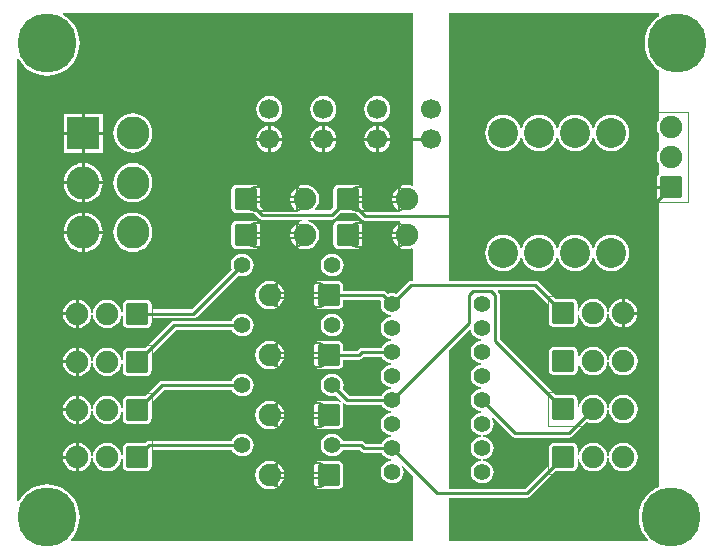
<source format=gbl>
G04 Layer_Physical_Order=2*
G04 Layer_Color=16711680*
%FSLAX44Y44*%
%MOMM*%
G71*
G01*
G75*
%ADD10C,0.2540*%
%ADD11C,0.1270*%
%ADD12C,0.0762*%
%ADD13C,1.9050*%
G04:AMPARAMS|DCode=14|XSize=1.905mm|YSize=1.905mm|CornerRadius=0.2381mm|HoleSize=0mm|Usage=FLASHONLY|Rotation=180.000|XOffset=0mm|YOffset=0mm|HoleType=Round|Shape=RoundedRectangle|*
%AMROUNDEDRECTD14*
21,1,1.9050,1.4287,0,0,180.0*
21,1,1.4287,1.9050,0,0,180.0*
1,1,0.4763,-0.7144,0.7144*
1,1,0.4763,0.7144,0.7144*
1,1,0.4763,0.7144,-0.7144*
1,1,0.4763,-0.7144,-0.7144*
%
%ADD14ROUNDEDRECTD14*%
G04:AMPARAMS|DCode=15|XSize=1.905mm|YSize=1.905mm|CornerRadius=0.2381mm|HoleSize=0mm|Usage=FLASHONLY|Rotation=90.000|XOffset=0mm|YOffset=0mm|HoleType=Round|Shape=RoundedRectangle|*
%AMROUNDEDRECTD15*
21,1,1.9050,1.4287,0,0,90.0*
21,1,1.4287,1.9050,0,0,90.0*
1,1,0.4763,0.7144,0.7144*
1,1,0.4763,0.7144,-0.7144*
1,1,0.4763,-0.7144,-0.7144*
1,1,0.4763,-0.7144,0.7144*
%
%ADD15ROUNDEDRECTD15*%
%ADD16C,5.0000*%
%ADD17C,1.4000*%
%ADD18C,1.7000*%
%ADD19R,2.8000X2.8000*%
%ADD20C,2.8000*%
%ADD21C,2.5400*%
G36*
X563880Y1219200D02*
Y1073652D01*
X562824Y1072947D01*
X561550Y1073475D01*
X558400Y1073889D01*
X555251Y1073475D01*
X552316Y1072259D01*
X549795Y1070325D01*
X547861Y1067805D01*
X546646Y1064870D01*
X546231Y1061720D01*
X546646Y1058570D01*
X547861Y1055635D01*
X549795Y1053115D01*
X550732Y1052397D01*
X550301Y1051127D01*
X524487D01*
X520561Y1055052D01*
Y1068864D01*
X520179Y1070784D01*
X519092Y1072412D01*
X517464Y1073500D01*
X515544Y1073881D01*
X501256D01*
X499336Y1073500D01*
X497708Y1072412D01*
X496620Y1070784D01*
X496238Y1068864D01*
Y1055052D01*
X493329Y1052143D01*
X481307D01*
X480873Y1053413D01*
X482579Y1055635D01*
X483795Y1058570D01*
X484209Y1061720D01*
X483795Y1064870D01*
X482579Y1067805D01*
X480645Y1070325D01*
X478125Y1072259D01*
X475190Y1073475D01*
X472040Y1073889D01*
X468891Y1073475D01*
X465956Y1072259D01*
X463435Y1070325D01*
X461501Y1067805D01*
X460286Y1064870D01*
X459871Y1061720D01*
X460286Y1058570D01*
X461501Y1055635D01*
X463207Y1053413D01*
X462773Y1052143D01*
X437111D01*
X434201Y1055052D01*
Y1068864D01*
X433819Y1070784D01*
X432732Y1072412D01*
X431104Y1073500D01*
X429184Y1073881D01*
X414896D01*
X412976Y1073500D01*
X411348Y1072412D01*
X410260Y1070784D01*
X409878Y1068864D01*
Y1054576D01*
X410260Y1052656D01*
X411348Y1051028D01*
X412976Y1049940D01*
X414896Y1049559D01*
X428708D01*
X432755Y1045511D01*
X434015Y1044669D01*
X435502Y1044373D01*
X469634D01*
X469718Y1043103D01*
X468891Y1042995D01*
X465956Y1041779D01*
X463435Y1039845D01*
X461501Y1037325D01*
X460286Y1034390D01*
X459871Y1031240D01*
X460286Y1028090D01*
X461501Y1025155D01*
X463435Y1022635D01*
X465956Y1020701D01*
X468891Y1019485D01*
X472040Y1019071D01*
X475190Y1019485D01*
X478125Y1020701D01*
X480645Y1022635D01*
X482579Y1025155D01*
X483795Y1028090D01*
X484209Y1031240D01*
X483795Y1034390D01*
X482579Y1037325D01*
X480645Y1039845D01*
X478125Y1041779D01*
X475190Y1042995D01*
X474363Y1043103D01*
X474446Y1044373D01*
X494938D01*
X496424Y1044669D01*
X497685Y1045511D01*
X501732Y1049559D01*
X515067D01*
X520131Y1044495D01*
X521391Y1043653D01*
X522878Y1043357D01*
X552808D01*
X553061Y1042087D01*
X552316Y1041779D01*
X549795Y1039845D01*
X547861Y1037325D01*
X546646Y1034390D01*
X546231Y1031240D01*
X546646Y1028090D01*
X547861Y1025155D01*
X549795Y1022635D01*
X552316Y1020701D01*
X555251Y1019485D01*
X558400Y1019071D01*
X561550Y1019485D01*
X562824Y1020013D01*
X563880Y1019308D01*
Y992595D01*
X561990D01*
X560504Y992299D01*
X559243Y991457D01*
X549517Y981731D01*
X548590Y982114D01*
X546100Y982442D01*
X543610Y982114D01*
X542683Y981731D01*
X541227Y983187D01*
X539967Y984029D01*
X538480Y984325D01*
X504522D01*
Y987584D01*
X504140Y989504D01*
X503052Y991132D01*
X501424Y992219D01*
X499504Y992601D01*
X485216D01*
X483296Y992219D01*
X481668Y991132D01*
X480581Y989504D01*
X480199Y987584D01*
Y973296D01*
X480581Y971376D01*
X481668Y969748D01*
X483296Y968661D01*
X485216Y968279D01*
X499504D01*
X501424Y968661D01*
X503052Y969748D01*
X504140Y971376D01*
X504522Y973296D01*
Y976555D01*
X535947D01*
X536806Y975310D01*
X536478Y972820D01*
X536806Y970330D01*
X537767Y968009D01*
X539296Y966016D01*
X541289Y964487D01*
X543610Y963526D01*
X545319Y963300D01*
Y962020D01*
X543610Y961794D01*
X541289Y960833D01*
X539296Y959304D01*
X537767Y957311D01*
X536806Y954990D01*
X536478Y952500D01*
X536806Y950010D01*
X537767Y947689D01*
X539296Y945696D01*
X541289Y944167D01*
X543610Y943206D01*
X545319Y942980D01*
Y941700D01*
X543610Y941474D01*
X541289Y940513D01*
X539296Y938984D01*
X537767Y936991D01*
X537383Y936065D01*
X520446D01*
X518959Y935769D01*
X517699Y934927D01*
X516297Y933525D01*
X504522D01*
Y936784D01*
X504140Y938704D01*
X503052Y940332D01*
X501424Y941420D01*
X499504Y941801D01*
X485216D01*
X483296Y941420D01*
X481668Y940332D01*
X480581Y938704D01*
X480199Y936784D01*
Y922496D01*
X480581Y920576D01*
X481668Y918948D01*
X483296Y917860D01*
X485216Y917479D01*
X499504D01*
X501424Y917860D01*
X503052Y918948D01*
X504140Y920576D01*
X504522Y922496D01*
Y925755D01*
X517906D01*
X519393Y926051D01*
X520653Y926893D01*
X522055Y928295D01*
X537383D01*
X537767Y927369D01*
X539296Y925376D01*
X541289Y923847D01*
X543610Y922886D01*
X545319Y922661D01*
Y921379D01*
X543610Y921154D01*
X541289Y920193D01*
X539296Y918664D01*
X537767Y916671D01*
X536806Y914350D01*
X536478Y911860D01*
X536806Y909370D01*
X537767Y907049D01*
X539296Y905056D01*
X541289Y903527D01*
X543610Y902566D01*
X545319Y902340D01*
Y901059D01*
X543610Y900834D01*
X541289Y899873D01*
X539296Y898344D01*
X537767Y896351D01*
X537383Y895425D01*
X509609D01*
X504211Y900823D01*
X504594Y901750D01*
X504922Y904240D01*
X504594Y906730D01*
X503633Y909051D01*
X502104Y911044D01*
X500111Y912573D01*
X497790Y913534D01*
X495300Y913862D01*
X492810Y913534D01*
X490489Y912573D01*
X488496Y911044D01*
X486967Y909051D01*
X486006Y906730D01*
X485678Y904240D01*
X486006Y901750D01*
X486967Y899429D01*
X488496Y897436D01*
X490489Y895907D01*
X492810Y894946D01*
X495300Y894618D01*
X497790Y894946D01*
X498717Y895329D01*
X502856Y891190D01*
X502047Y890203D01*
X501424Y890620D01*
X499504Y891001D01*
X485216D01*
X483296Y890620D01*
X481668Y889532D01*
X480581Y887904D01*
X480199Y885984D01*
Y871696D01*
X480581Y869776D01*
X481668Y868148D01*
X483296Y867060D01*
X485216Y866679D01*
X499504D01*
X501424Y867060D01*
X503052Y868148D01*
X504140Y869776D01*
X504522Y871696D01*
Y885984D01*
X504140Y887904D01*
X503724Y888527D01*
X504710Y889336D01*
X505253Y888793D01*
X506513Y887951D01*
X508000Y887655D01*
X537383D01*
X537767Y886729D01*
X539296Y884736D01*
X541289Y883207D01*
X543610Y882246D01*
X545319Y882020D01*
Y880740D01*
X543610Y880514D01*
X541289Y879553D01*
X539296Y878024D01*
X537767Y876031D01*
X536806Y873710D01*
X536478Y871220D01*
X536806Y868730D01*
X537767Y866409D01*
X539296Y864416D01*
X541289Y862887D01*
X543610Y861926D01*
X545319Y861701D01*
Y860419D01*
X543610Y860194D01*
X541289Y859233D01*
X539296Y857704D01*
X537767Y855711D01*
X537383Y854785D01*
X523579D01*
X522177Y856187D01*
X520917Y857029D01*
X519430Y857325D01*
X504017D01*
X503633Y858251D01*
X502104Y860244D01*
X500111Y861773D01*
X497790Y862734D01*
X495300Y863062D01*
X492810Y862734D01*
X490489Y861773D01*
X488496Y860244D01*
X486967Y858251D01*
X486006Y855930D01*
X485678Y853440D01*
X486006Y850950D01*
X486967Y848629D01*
X488496Y846636D01*
X490489Y845107D01*
X492810Y844146D01*
X495300Y843818D01*
X497790Y844146D01*
X500111Y845107D01*
X502104Y846636D01*
X503633Y848629D01*
X504017Y849555D01*
X517821D01*
X519223Y848153D01*
X520483Y847311D01*
X521970Y847015D01*
X537383D01*
X537767Y846089D01*
X539296Y844096D01*
X541289Y842567D01*
X543610Y841606D01*
X545319Y841380D01*
Y840099D01*
X543610Y839874D01*
X541289Y838913D01*
X539296Y837384D01*
X537767Y835391D01*
X536806Y833070D01*
X536478Y830580D01*
X536806Y828090D01*
X537767Y825769D01*
X539296Y823776D01*
X541289Y822247D01*
X543610Y821286D01*
X546100Y820958D01*
X548590Y821286D01*
X550911Y822247D01*
X552904Y823776D01*
X554433Y825769D01*
X555394Y828090D01*
X555722Y830580D01*
X555394Y833070D01*
X554433Y835391D01*
X555477Y836029D01*
X563880Y827626D01*
Y772160D01*
X274533Y772160D01*
X273947Y773430D01*
X276349Y776242D01*
X278614Y779938D01*
X280273Y783943D01*
X281285Y788158D01*
X281625Y792480D01*
X281285Y796802D01*
X280273Y801017D01*
X278614Y805022D01*
X276349Y808718D01*
X273534Y812014D01*
X270238Y814829D01*
X266542Y817094D01*
X262537Y818753D01*
X258321Y819765D01*
X254000Y820105D01*
X249678Y819765D01*
X245463Y818753D01*
X241458Y817094D01*
X237762Y814829D01*
X234466Y812014D01*
X231651Y808718D01*
X229870Y805812D01*
X228600Y806170D01*
Y1180110D01*
X229870Y1180468D01*
X231651Y1177562D01*
X234466Y1174266D01*
X237762Y1171451D01*
X241458Y1169186D01*
X245463Y1167527D01*
X249678Y1166515D01*
X254000Y1166175D01*
X258321Y1166515D01*
X262537Y1167527D01*
X266542Y1169186D01*
X270238Y1171451D01*
X273534Y1174266D01*
X276349Y1177562D01*
X278614Y1181258D01*
X280273Y1185263D01*
X281285Y1189479D01*
X281625Y1193800D01*
X281285Y1198121D01*
X280273Y1202337D01*
X278614Y1206342D01*
X276349Y1210038D01*
X273534Y1213334D01*
X270238Y1216149D01*
X267332Y1217930D01*
X267690Y1219200D01*
X563880Y1219200D01*
D02*
G37*
G36*
X772160Y1216761D02*
X771162Y1216149D01*
X767866Y1213334D01*
X765051Y1210038D01*
X762786Y1206342D01*
X761127Y1202337D01*
X760115Y1198121D01*
X759775Y1193800D01*
X760115Y1189479D01*
X761127Y1185263D01*
X762786Y1181258D01*
X765051Y1177562D01*
X767866Y1174266D01*
X771162Y1171451D01*
X772160Y1170839D01*
Y1129258D01*
X771781Y1128765D01*
X770565Y1125830D01*
X770151Y1122680D01*
X770565Y1119530D01*
X771781Y1116595D01*
X772160Y1116102D01*
Y1103858D01*
X771781Y1103365D01*
X770565Y1100430D01*
X770151Y1097280D01*
X770565Y1094130D01*
X771781Y1091195D01*
X772160Y1090702D01*
Y1082927D01*
X771628Y1082572D01*
X770540Y1080944D01*
X770159Y1079024D01*
Y1073150D01*
X782320D01*
Y1070610D01*
X770159D01*
Y1064736D01*
X770540Y1062816D01*
X771628Y1061188D01*
X772160Y1060833D01*
Y818081D01*
X769778Y817094D01*
X766082Y814829D01*
X762786Y812014D01*
X759971Y808718D01*
X757706Y805022D01*
X756047Y801017D01*
X755035Y796802D01*
X754695Y792480D01*
X755035Y788158D01*
X756047Y783943D01*
X757706Y779938D01*
X759971Y776242D01*
X762373Y773430D01*
X761787Y772160D01*
X594360D01*
Y808915D01*
X660400D01*
X661887Y809211D01*
X663147Y810053D01*
X684212Y831119D01*
X698024D01*
X699944Y831500D01*
X701572Y832588D01*
X702660Y834216D01*
X703041Y836136D01*
Y841674D01*
X704311Y841757D01*
X704526Y840130D01*
X705741Y837195D01*
X707675Y834675D01*
X710195Y832741D01*
X713130Y831525D01*
X716280Y831111D01*
X719430Y831525D01*
X722365Y832741D01*
X724885Y834675D01*
X726819Y837195D01*
X728035Y840130D01*
X728339Y842448D01*
X729621D01*
X729926Y840130D01*
X731141Y837195D01*
X733075Y834675D01*
X735595Y832741D01*
X738530Y831525D01*
X741680Y831111D01*
X744830Y831525D01*
X747765Y832741D01*
X750285Y834675D01*
X752219Y837195D01*
X753435Y840130D01*
X753849Y843280D01*
X753435Y846430D01*
X752219Y849365D01*
X750285Y851885D01*
X747765Y853819D01*
X744830Y855034D01*
X741680Y855449D01*
X738530Y855034D01*
X735595Y853819D01*
X733075Y851885D01*
X731141Y849365D01*
X729926Y846430D01*
X729621Y844112D01*
X728339D01*
X728035Y846430D01*
X726819Y849365D01*
X724885Y851885D01*
X722365Y853819D01*
X719430Y855034D01*
X716280Y855449D01*
X713130Y855034D01*
X710195Y853819D01*
X707675Y851885D01*
X705741Y849365D01*
X704526Y846430D01*
X704311Y844803D01*
X703041Y844886D01*
Y850424D01*
X702660Y852344D01*
X701572Y853972D01*
X699944Y855060D01*
X698024Y855441D01*
X683736D01*
X681816Y855060D01*
X680188Y853972D01*
X679100Y852344D01*
X678719Y850424D01*
Y836612D01*
X658791Y816685D01*
X594360D01*
Y934306D01*
X611531Y951478D01*
X612872Y951022D01*
X613006Y950010D01*
X613967Y947689D01*
X615496Y945696D01*
X617489Y944167D01*
X619810Y943206D01*
X621519Y942980D01*
Y941700D01*
X619810Y941474D01*
X617489Y940513D01*
X615496Y938984D01*
X613967Y936991D01*
X613006Y934670D01*
X612678Y932180D01*
X613006Y929690D01*
X613967Y927369D01*
X615496Y925376D01*
X617489Y923847D01*
X619810Y922886D01*
X621519Y922661D01*
Y921379D01*
X619810Y921154D01*
X617489Y920193D01*
X615496Y918664D01*
X613967Y916671D01*
X613006Y914350D01*
X612678Y911860D01*
X613006Y909370D01*
X613967Y907049D01*
X615496Y905056D01*
X617489Y903527D01*
X619810Y902566D01*
X621519Y902340D01*
Y901059D01*
X619810Y900834D01*
X617489Y899873D01*
X615496Y898344D01*
X613967Y896351D01*
X613006Y894030D01*
X612678Y891540D01*
X613006Y889050D01*
X613967Y886729D01*
X615496Y884736D01*
X617489Y883207D01*
X619810Y882246D01*
X621519Y882020D01*
Y880740D01*
X619810Y880514D01*
X617489Y879553D01*
X615496Y878024D01*
X613967Y876031D01*
X613006Y873710D01*
X612678Y871220D01*
X613006Y868730D01*
X613967Y866409D01*
X615496Y864416D01*
X617489Y862887D01*
X619810Y861926D01*
X621519Y861701D01*
Y860419D01*
X619810Y860194D01*
X617489Y859233D01*
X615496Y857704D01*
X613967Y855711D01*
X613006Y853390D01*
X612678Y850900D01*
X613006Y848410D01*
X613967Y846089D01*
X615496Y844096D01*
X617489Y842567D01*
X619810Y841606D01*
X621519Y841380D01*
Y840099D01*
X619810Y839874D01*
X617489Y838913D01*
X615496Y837384D01*
X613967Y835391D01*
X613006Y833070D01*
X612678Y830580D01*
X613006Y828090D01*
X613967Y825769D01*
X615496Y823776D01*
X617489Y822247D01*
X619810Y821286D01*
X622300Y820958D01*
X624790Y821286D01*
X627111Y822247D01*
X629104Y823776D01*
X630633Y825769D01*
X631594Y828090D01*
X631922Y830580D01*
X631594Y833070D01*
X630633Y835391D01*
X629104Y837384D01*
X627111Y838913D01*
X624790Y839874D01*
X623081Y840099D01*
Y841380D01*
X624790Y841606D01*
X627111Y842567D01*
X629104Y844096D01*
X630633Y846089D01*
X631594Y848410D01*
X631922Y850900D01*
X631594Y853390D01*
X630633Y855711D01*
X629104Y857704D01*
X627111Y859233D01*
X624790Y860194D01*
X623081Y860419D01*
Y861701D01*
X624790Y861926D01*
X627111Y862887D01*
X629104Y864416D01*
X630633Y866409D01*
X631594Y868730D01*
X631922Y871220D01*
X631594Y873710D01*
X630633Y876031D01*
X631677Y876669D01*
X647493Y860853D01*
X648753Y860011D01*
X650240Y859715D01*
X695960D01*
X697447Y860011D01*
X698707Y860853D01*
X710930Y873077D01*
X713130Y872166D01*
X716280Y871751D01*
X719430Y872166D01*
X722365Y873381D01*
X724885Y875315D01*
X726819Y877835D01*
X728035Y880770D01*
X728339Y883087D01*
X729621D01*
X729926Y880770D01*
X731141Y877835D01*
X733075Y875315D01*
X735595Y873381D01*
X738530Y872166D01*
X741680Y871751D01*
X744830Y872166D01*
X747765Y873381D01*
X750285Y875315D01*
X752219Y877835D01*
X753435Y880770D01*
X753849Y883920D01*
X753435Y887070D01*
X752219Y890005D01*
X750285Y892525D01*
X747765Y894459D01*
X744830Y895675D01*
X741680Y896089D01*
X738530Y895675D01*
X735595Y894459D01*
X733075Y892525D01*
X731141Y890005D01*
X729926Y887070D01*
X729621Y884753D01*
X728339D01*
X728035Y887070D01*
X726819Y890005D01*
X724885Y892525D01*
X722365Y894459D01*
X719430Y895675D01*
X716280Y896089D01*
X713130Y895675D01*
X710195Y894459D01*
X707675Y892525D01*
X705741Y890005D01*
X704526Y887070D01*
X704311Y885443D01*
X703041Y885526D01*
Y891064D01*
X702660Y892984D01*
X701572Y894612D01*
X699944Y895699D01*
X698024Y896081D01*
X684212D01*
X637107Y943187D01*
Y980440D01*
X636811Y981927D01*
X635969Y983187D01*
X635504Y983652D01*
X635989Y984826D01*
X665761D01*
X678719Y971868D01*
Y958056D01*
X679100Y956136D01*
X680188Y954508D01*
X681816Y953420D01*
X683736Y953039D01*
X698024D01*
X699944Y953420D01*
X701572Y954508D01*
X702660Y956136D01*
X703041Y958056D01*
Y963594D01*
X704311Y963677D01*
X704526Y962050D01*
X705741Y959115D01*
X707675Y956595D01*
X710195Y954661D01*
X713130Y953446D01*
X716280Y953031D01*
X719430Y953446D01*
X722365Y954661D01*
X724885Y956595D01*
X726819Y959115D01*
X728035Y962050D01*
X728339Y964368D01*
X729621D01*
X729926Y962050D01*
X731141Y959115D01*
X733075Y956595D01*
X735595Y954661D01*
X738530Y953446D01*
X740410Y953198D01*
Y965200D01*
Y977202D01*
X738530Y976954D01*
X735595Y975739D01*
X733075Y973805D01*
X731141Y971285D01*
X729926Y968350D01*
X729621Y966032D01*
X728339D01*
X728035Y968350D01*
X726819Y971285D01*
X724885Y973805D01*
X722365Y975739D01*
X719430Y976954D01*
X716280Y977369D01*
X713130Y976954D01*
X710195Y975739D01*
X707675Y973805D01*
X705741Y971285D01*
X704526Y968350D01*
X704311Y966723D01*
X703041Y966806D01*
Y972344D01*
X702660Y974264D01*
X701572Y975892D01*
X699944Y976980D01*
X698024Y977361D01*
X684212D01*
X670117Y991457D01*
X668856Y992299D01*
X667370Y992595D01*
X594360D01*
Y1219200D01*
X772160D01*
Y1216761D01*
D02*
G37*
%LPC*%
G36*
X533400Y1149055D02*
X530518Y1148676D01*
X527832Y1147563D01*
X525526Y1145794D01*
X523757Y1143488D01*
X522644Y1140802D01*
X522265Y1137920D01*
X522644Y1135038D01*
X523757Y1132352D01*
X525526Y1130046D01*
X527832Y1128277D01*
X530518Y1127164D01*
X533400Y1126785D01*
X536282Y1127164D01*
X538968Y1128277D01*
X541274Y1130046D01*
X543043Y1132352D01*
X544156Y1135038D01*
X544535Y1137920D01*
X544156Y1140802D01*
X543043Y1143488D01*
X541274Y1145794D01*
X538968Y1147563D01*
X536282Y1148676D01*
X533400Y1149055D01*
D02*
G37*
G36*
X487680D02*
X484798Y1148676D01*
X482112Y1147563D01*
X479806Y1145794D01*
X478037Y1143488D01*
X476924Y1140802D01*
X476545Y1137920D01*
X476924Y1135038D01*
X478037Y1132352D01*
X479806Y1130046D01*
X482112Y1128277D01*
X484798Y1127164D01*
X487680Y1126785D01*
X490562Y1127164D01*
X493248Y1128277D01*
X495554Y1130046D01*
X497323Y1132352D01*
X498436Y1135038D01*
X498815Y1137920D01*
X498436Y1140802D01*
X497323Y1143488D01*
X495554Y1145794D01*
X493248Y1147563D01*
X490562Y1148676D01*
X487680Y1149055D01*
D02*
G37*
G36*
X441960D02*
X439078Y1148676D01*
X436392Y1147563D01*
X434086Y1145794D01*
X432317Y1143488D01*
X431204Y1140802D01*
X430825Y1137920D01*
X431204Y1135038D01*
X432317Y1132352D01*
X434086Y1130046D01*
X436392Y1128277D01*
X439078Y1127164D01*
X441960Y1126785D01*
X444842Y1127164D01*
X447528Y1128277D01*
X449834Y1130046D01*
X451603Y1132352D01*
X452716Y1135038D01*
X453095Y1137920D01*
X452716Y1140802D01*
X451603Y1143488D01*
X449834Y1145794D01*
X447528Y1147563D01*
X444842Y1148676D01*
X441960Y1149055D01*
D02*
G37*
G36*
X301020Y1134140D02*
X285750D01*
Y1118870D01*
X301020D01*
Y1134140D01*
D02*
G37*
G36*
X283210D02*
X267940D01*
Y1118870D01*
X283210D01*
Y1134140D01*
D02*
G37*
G36*
X534670Y1123488D02*
Y1113790D01*
X544368D01*
X544156Y1115402D01*
X543043Y1118088D01*
X541274Y1120394D01*
X538968Y1122163D01*
X536282Y1123276D01*
X534670Y1123488D01*
D02*
G37*
G36*
X488950D02*
Y1113790D01*
X498648D01*
X498436Y1115402D01*
X497323Y1118088D01*
X495554Y1120394D01*
X493248Y1122163D01*
X490562Y1123276D01*
X488950Y1123488D01*
D02*
G37*
G36*
X443230D02*
Y1113790D01*
X452928D01*
X452716Y1115402D01*
X451603Y1118088D01*
X449834Y1120394D01*
X447528Y1122163D01*
X444842Y1123276D01*
X443230Y1123488D01*
D02*
G37*
G36*
X532130D02*
X530518Y1123276D01*
X527832Y1122163D01*
X525526Y1120394D01*
X523757Y1118088D01*
X522644Y1115402D01*
X522432Y1113790D01*
X532130D01*
Y1123488D01*
D02*
G37*
G36*
X486410D02*
X484798Y1123276D01*
X482112Y1122163D01*
X479806Y1120394D01*
X478037Y1118088D01*
X476924Y1115402D01*
X476712Y1113790D01*
X486410D01*
Y1123488D01*
D02*
G37*
G36*
X440690D02*
X439078Y1123276D01*
X436392Y1122163D01*
X434086Y1120394D01*
X432317Y1118088D01*
X431204Y1115402D01*
X430992Y1113790D01*
X440690D01*
Y1123488D01*
D02*
G37*
G36*
X544368Y1111250D02*
X534670D01*
Y1101552D01*
X536282Y1101764D01*
X538968Y1102877D01*
X541274Y1104646D01*
X543043Y1106952D01*
X544156Y1109638D01*
X544368Y1111250D01*
D02*
G37*
G36*
X498648D02*
X488950D01*
Y1101552D01*
X490562Y1101764D01*
X493248Y1102877D01*
X495554Y1104646D01*
X497323Y1106952D01*
X498436Y1109638D01*
X498648Y1111250D01*
D02*
G37*
G36*
X452928D02*
X443230D01*
Y1101552D01*
X444842Y1101764D01*
X447528Y1102877D01*
X449834Y1104646D01*
X451603Y1106952D01*
X452716Y1109638D01*
X452928Y1111250D01*
D02*
G37*
G36*
X532130D02*
X522432D01*
X522644Y1109638D01*
X523757Y1106952D01*
X525526Y1104646D01*
X527832Y1102877D01*
X530518Y1101764D01*
X532130Y1101552D01*
Y1111250D01*
D02*
G37*
G36*
X486410D02*
X476712D01*
X476924Y1109638D01*
X478037Y1106952D01*
X479806Y1104646D01*
X482112Y1102877D01*
X484798Y1101764D01*
X486410Y1101552D01*
Y1111250D01*
D02*
G37*
G36*
X440690D02*
X430992D01*
X431204Y1109638D01*
X432317Y1106952D01*
X434086Y1104646D01*
X436392Y1102877D01*
X439078Y1101764D01*
X440690Y1101552D01*
Y1111250D01*
D02*
G37*
G36*
X301020Y1116330D02*
X285750D01*
Y1101060D01*
X301020D01*
Y1116330D01*
D02*
G37*
G36*
X283210D02*
X267940D01*
Y1101060D01*
X283210D01*
Y1116330D01*
D02*
G37*
G36*
X326480Y1134220D02*
X323237Y1133901D01*
X320120Y1132955D01*
X317246Y1131419D01*
X314728Y1129352D01*
X312661Y1126834D01*
X311125Y1123960D01*
X310179Y1120842D01*
X309860Y1117600D01*
X310179Y1114358D01*
X311125Y1111240D01*
X312661Y1108366D01*
X314728Y1105848D01*
X317246Y1103781D01*
X320120Y1102245D01*
X323237Y1101299D01*
X326480Y1100980D01*
X329722Y1101299D01*
X332840Y1102245D01*
X335714Y1103781D01*
X338232Y1105848D01*
X340299Y1108366D01*
X341835Y1111240D01*
X342781Y1114358D01*
X343100Y1117600D01*
X342781Y1120842D01*
X341835Y1123960D01*
X340299Y1126834D01*
X338232Y1129352D01*
X335714Y1131419D01*
X332840Y1132955D01*
X329722Y1133901D01*
X326480Y1134220D01*
D02*
G37*
G36*
X285750Y1092095D02*
Y1076870D01*
X300975D01*
X300781Y1078842D01*
X299835Y1081960D01*
X298299Y1084834D01*
X296232Y1087352D01*
X293714Y1089419D01*
X290840Y1090955D01*
X287722Y1091901D01*
X285750Y1092095D01*
D02*
G37*
G36*
X283210D02*
X281238Y1091901D01*
X278120Y1090955D01*
X275246Y1089419D01*
X272728Y1087352D01*
X270661Y1084834D01*
X269125Y1081960D01*
X268179Y1078842D01*
X267985Y1076870D01*
X283210D01*
Y1092095D01*
D02*
G37*
G36*
X300975Y1074330D02*
X285750D01*
Y1059105D01*
X287722Y1059299D01*
X290840Y1060245D01*
X293714Y1061781D01*
X296232Y1063848D01*
X298299Y1066367D01*
X299835Y1069240D01*
X300781Y1072358D01*
X300975Y1074330D01*
D02*
G37*
G36*
X283210D02*
X267985D01*
X268179Y1072358D01*
X269125Y1069240D01*
X270661Y1066367D01*
X272728Y1063848D01*
X275246Y1061781D01*
X278120Y1060245D01*
X281238Y1059299D01*
X283210Y1059105D01*
Y1074330D01*
D02*
G37*
G36*
X326480Y1092220D02*
X323237Y1091901D01*
X320120Y1090955D01*
X317246Y1089419D01*
X314728Y1087352D01*
X312661Y1084834D01*
X311125Y1081960D01*
X310179Y1078842D01*
X309860Y1075600D01*
X310179Y1072358D01*
X311125Y1069240D01*
X312661Y1066367D01*
X314728Y1063848D01*
X317246Y1061781D01*
X320120Y1060245D01*
X323237Y1059299D01*
X326480Y1058980D01*
X329722Y1059299D01*
X332840Y1060245D01*
X335714Y1061781D01*
X338232Y1063848D01*
X340299Y1066367D01*
X341835Y1069240D01*
X342781Y1072358D01*
X343100Y1075600D01*
X342781Y1078842D01*
X341835Y1081960D01*
X340299Y1084834D01*
X338232Y1087352D01*
X335714Y1089419D01*
X332840Y1090955D01*
X329722Y1091901D01*
X326480Y1092220D01*
D02*
G37*
G36*
X285750Y1050095D02*
Y1034870D01*
X300975D01*
X300781Y1036843D01*
X299835Y1039960D01*
X298299Y1042834D01*
X296232Y1045352D01*
X293714Y1047419D01*
X290840Y1048955D01*
X287722Y1049901D01*
X285750Y1050095D01*
D02*
G37*
G36*
X283210D02*
X281238Y1049901D01*
X278120Y1048955D01*
X275246Y1047419D01*
X272728Y1045352D01*
X270661Y1042834D01*
X269125Y1039960D01*
X268179Y1036843D01*
X267985Y1034870D01*
X283210D01*
Y1050095D01*
D02*
G37*
G36*
X515544Y1043401D02*
X501256D01*
X499336Y1043019D01*
X497708Y1041932D01*
X496620Y1040304D01*
X496238Y1038384D01*
Y1024096D01*
X496620Y1022176D01*
X497708Y1020548D01*
X499336Y1019461D01*
X501256Y1019079D01*
X515544D01*
X517464Y1019461D01*
X519092Y1020548D01*
X520179Y1022176D01*
X520561Y1024096D01*
Y1038384D01*
X520179Y1040304D01*
X519092Y1041932D01*
X517464Y1043019D01*
X515544Y1043401D01*
D02*
G37*
G36*
X429184D02*
X414896D01*
X412976Y1043019D01*
X411348Y1041932D01*
X410260Y1040304D01*
X409878Y1038384D01*
Y1024096D01*
X410260Y1022176D01*
X411348Y1020548D01*
X412976Y1019461D01*
X414896Y1019079D01*
X429184D01*
X431104Y1019461D01*
X432732Y1020548D01*
X433819Y1022176D01*
X434201Y1024096D01*
Y1038384D01*
X433819Y1040304D01*
X432732Y1041932D01*
X431104Y1043019D01*
X429184Y1043401D01*
D02*
G37*
G36*
X300975Y1032330D02*
X285750D01*
Y1017105D01*
X287722Y1017299D01*
X290840Y1018245D01*
X293714Y1019781D01*
X296232Y1021848D01*
X298299Y1024367D01*
X299835Y1027240D01*
X300781Y1030358D01*
X300975Y1032330D01*
D02*
G37*
G36*
X283210D02*
X267985D01*
X268179Y1030358D01*
X269125Y1027240D01*
X270661Y1024367D01*
X272728Y1021848D01*
X275246Y1019781D01*
X278120Y1018245D01*
X281238Y1017299D01*
X283210Y1017105D01*
Y1032330D01*
D02*
G37*
G36*
X326480Y1050220D02*
X323237Y1049901D01*
X320120Y1048955D01*
X317246Y1047419D01*
X314728Y1045352D01*
X312661Y1042834D01*
X311125Y1039960D01*
X310179Y1036843D01*
X309860Y1033600D01*
X310179Y1030358D01*
X311125Y1027240D01*
X312661Y1024367D01*
X314728Y1021848D01*
X317246Y1019781D01*
X320120Y1018245D01*
X323237Y1017299D01*
X326480Y1016980D01*
X329722Y1017299D01*
X332840Y1018245D01*
X335714Y1019781D01*
X338232Y1021848D01*
X340299Y1024367D01*
X341835Y1027240D01*
X342781Y1030358D01*
X343100Y1033600D01*
X342781Y1036843D01*
X341835Y1039960D01*
X340299Y1042834D01*
X338232Y1045352D01*
X335714Y1047419D01*
X332840Y1048955D01*
X329722Y1049901D01*
X326480Y1050220D01*
D02*
G37*
G36*
X495300Y1015462D02*
X492810Y1015134D01*
X490489Y1014173D01*
X488496Y1012644D01*
X486967Y1010651D01*
X486006Y1008330D01*
X485678Y1005840D01*
X486006Y1003350D01*
X486967Y1001029D01*
X488496Y999036D01*
X490489Y997507D01*
X492810Y996546D01*
X495300Y996218D01*
X497790Y996546D01*
X500111Y997507D01*
X502104Y999036D01*
X503633Y1001029D01*
X504594Y1003350D01*
X504922Y1005840D01*
X504594Y1008330D01*
X503633Y1010651D01*
X502104Y1012644D01*
X500111Y1014173D01*
X497790Y1015134D01*
X495300Y1015462D01*
D02*
G37*
G36*
X419100D02*
X416610Y1015134D01*
X414289Y1014173D01*
X412296Y1012644D01*
X410767Y1010651D01*
X409806Y1008330D01*
X409478Y1005840D01*
X409806Y1003350D01*
X410189Y1002423D01*
X376209Y968443D01*
X342361D01*
Y971702D01*
X341979Y973622D01*
X340892Y975250D01*
X339264Y976337D01*
X337344Y976719D01*
X323056D01*
X321136Y976337D01*
X319508Y975250D01*
X318421Y973622D01*
X318039Y971702D01*
Y966164D01*
X316769Y966081D01*
X316555Y967708D01*
X315339Y970642D01*
X313405Y973163D01*
X310885Y975097D01*
X307950Y976312D01*
X304800Y976727D01*
X301650Y976312D01*
X298715Y975097D01*
X296195Y973163D01*
X294261Y970642D01*
X293046Y967708D01*
X292740Y965390D01*
X291460D01*
X291154Y967708D01*
X289939Y970642D01*
X288005Y973163D01*
X285485Y975097D01*
X282550Y976312D01*
X280670Y976560D01*
Y964558D01*
Y952556D01*
X282550Y952803D01*
X285485Y954019D01*
X288005Y955953D01*
X289939Y958473D01*
X291154Y961408D01*
X291460Y963725D01*
X292740D01*
X293046Y961408D01*
X294261Y958473D01*
X296195Y955953D01*
X298715Y954019D01*
X301650Y952803D01*
X304800Y952389D01*
X307950Y952803D01*
X310885Y954019D01*
X313405Y955953D01*
X315339Y958473D01*
X316555Y961408D01*
X316769Y963035D01*
X318039Y962951D01*
Y957414D01*
X318421Y955494D01*
X319508Y953866D01*
X321136Y952778D01*
X323056Y952396D01*
X337344D01*
X339264Y952778D01*
X340892Y953866D01*
X341979Y955494D01*
X342361Y957414D01*
Y960673D01*
X377818D01*
X379305Y960969D01*
X380565Y961811D01*
X415683Y996929D01*
X416610Y996546D01*
X419100Y996218D01*
X421590Y996546D01*
X423911Y997507D01*
X425904Y999036D01*
X427433Y1001029D01*
X428394Y1003350D01*
X428722Y1005840D01*
X428394Y1008330D01*
X427433Y1010651D01*
X425904Y1012644D01*
X423911Y1014173D01*
X421590Y1015134D01*
X419100Y1015462D01*
D02*
G37*
G36*
X442360Y992609D02*
X439210Y992195D01*
X436275Y990979D01*
X433755Y989045D01*
X431821Y986525D01*
X430605Y983590D01*
X430191Y980440D01*
X430605Y977290D01*
X431821Y974355D01*
X433755Y971835D01*
X436275Y969901D01*
X439210Y968686D01*
X442360Y968271D01*
X445509Y968686D01*
X448444Y969901D01*
X450965Y971835D01*
X452899Y974355D01*
X454114Y977290D01*
X454529Y980440D01*
X454114Y983590D01*
X452899Y986525D01*
X450965Y989045D01*
X448444Y990979D01*
X445509Y992195D01*
X442360Y992609D01*
D02*
G37*
G36*
X278130Y976560D02*
X276250Y976312D01*
X273315Y975097D01*
X270795Y973163D01*
X268861Y970642D01*
X267645Y967708D01*
X267398Y965828D01*
X278130D01*
Y976560D01*
D02*
G37*
G36*
Y963288D02*
X267398D01*
X267645Y961408D01*
X268861Y958473D01*
X270795Y955953D01*
X273315Y954019D01*
X276250Y952803D01*
X278130Y952556D01*
Y963288D01*
D02*
G37*
G36*
X495300Y964662D02*
X492810Y964334D01*
X490489Y963373D01*
X488496Y961844D01*
X486967Y959851D01*
X486006Y957530D01*
X485678Y955040D01*
X486006Y952550D01*
X486967Y950229D01*
X488496Y948236D01*
X490489Y946707D01*
X492810Y945746D01*
X495300Y945418D01*
X497790Y945746D01*
X500111Y946707D01*
X502104Y948236D01*
X503633Y950229D01*
X504594Y952550D01*
X504922Y955040D01*
X504594Y957530D01*
X503633Y959851D01*
X502104Y961844D01*
X500111Y963373D01*
X497790Y964334D01*
X495300Y964662D01*
D02*
G37*
G36*
X419100D02*
X416610Y964334D01*
X414289Y963373D01*
X412296Y961844D01*
X410767Y959851D01*
X410383Y958925D01*
X361322D01*
X359836Y958629D01*
X358575Y957787D01*
X336868Y936079D01*
X323056D01*
X321136Y935697D01*
X319508Y934610D01*
X318421Y932982D01*
X318039Y931062D01*
Y925524D01*
X316769Y925441D01*
X316555Y927067D01*
X315339Y930003D01*
X313405Y932523D01*
X310885Y934457D01*
X307950Y935672D01*
X304800Y936087D01*
X301650Y935672D01*
X298715Y934457D01*
X296195Y932523D01*
X294261Y930003D01*
X293046Y927067D01*
X292740Y924750D01*
X291460D01*
X291154Y927067D01*
X289939Y930003D01*
X288005Y932523D01*
X285485Y934457D01*
X282550Y935672D01*
X280670Y935920D01*
Y923918D01*
Y911916D01*
X282550Y912163D01*
X285485Y913379D01*
X288005Y915313D01*
X289939Y917833D01*
X291154Y920768D01*
X291460Y923085D01*
X292740D01*
X293046Y920768D01*
X294261Y917833D01*
X296195Y915313D01*
X298715Y913379D01*
X301650Y912163D01*
X304800Y911749D01*
X307950Y912163D01*
X310885Y913379D01*
X313405Y915313D01*
X315339Y917833D01*
X316555Y920768D01*
X316769Y922395D01*
X318039Y922311D01*
Y916774D01*
X318421Y914854D01*
X319508Y913226D01*
X321136Y912138D01*
X323056Y911757D01*
X337344D01*
X339264Y912138D01*
X340892Y913226D01*
X341979Y914854D01*
X342361Y916774D01*
Y930586D01*
X362931Y951155D01*
X410383D01*
X410767Y950229D01*
X412296Y948236D01*
X414289Y946707D01*
X416610Y945746D01*
X419100Y945418D01*
X421590Y945746D01*
X423911Y946707D01*
X425904Y948236D01*
X427433Y950229D01*
X428394Y952550D01*
X428722Y955040D01*
X428394Y957530D01*
X427433Y959851D01*
X425904Y961844D01*
X423911Y963373D01*
X421590Y964334D01*
X419100Y964662D01*
D02*
G37*
G36*
X278130Y935920D02*
X276250Y935672D01*
X273315Y934457D01*
X270795Y932523D01*
X268861Y930003D01*
X267645Y927067D01*
X267398Y925188D01*
X278130D01*
Y935920D01*
D02*
G37*
G36*
X442360Y941809D02*
X439210Y941395D01*
X436275Y940179D01*
X433755Y938245D01*
X431821Y935725D01*
X430605Y932790D01*
X430191Y929640D01*
X430605Y926490D01*
X431821Y923555D01*
X433755Y921035D01*
X436275Y919101D01*
X439210Y917886D01*
X442360Y917471D01*
X445509Y917886D01*
X448444Y919101D01*
X450965Y921035D01*
X452899Y923555D01*
X454114Y926490D01*
X454529Y929640D01*
X454114Y932790D01*
X452899Y935725D01*
X450965Y938245D01*
X448444Y940179D01*
X445509Y941395D01*
X442360Y941809D01*
D02*
G37*
G36*
X278130Y922648D02*
X267398D01*
X267645Y920768D01*
X268861Y917833D01*
X270795Y915313D01*
X273315Y913379D01*
X276250Y912163D01*
X278130Y911916D01*
Y922648D01*
D02*
G37*
G36*
X419100Y913862D02*
X416610Y913534D01*
X414289Y912573D01*
X412296Y911044D01*
X410767Y909051D01*
X410383Y908125D01*
X351162D01*
X349675Y907829D01*
X348415Y906987D01*
X336868Y895439D01*
X323056D01*
X321136Y895057D01*
X319508Y893970D01*
X318421Y892342D01*
X318039Y890422D01*
Y884884D01*
X316769Y884801D01*
X316555Y886428D01*
X315339Y889362D01*
X313405Y891883D01*
X310885Y893817D01*
X307950Y895032D01*
X304800Y895447D01*
X301650Y895032D01*
X298715Y893817D01*
X296195Y891883D01*
X294261Y889362D01*
X293046Y886428D01*
X292740Y884110D01*
X291460D01*
X291154Y886428D01*
X289939Y889362D01*
X288005Y891883D01*
X285485Y893817D01*
X282550Y895032D01*
X280670Y895280D01*
Y883278D01*
Y871276D01*
X282550Y871523D01*
X285485Y872739D01*
X288005Y874673D01*
X289939Y877193D01*
X291154Y880128D01*
X291460Y882445D01*
X292740D01*
X293046Y880128D01*
X294261Y877193D01*
X296195Y874673D01*
X298715Y872739D01*
X301650Y871523D01*
X304800Y871109D01*
X307950Y871523D01*
X310885Y872739D01*
X313405Y874673D01*
X315339Y877193D01*
X316555Y880128D01*
X316769Y881755D01*
X318039Y881671D01*
Y876134D01*
X318421Y874214D01*
X319508Y872586D01*
X321136Y871498D01*
X323056Y871116D01*
X337344D01*
X339264Y871498D01*
X340892Y872586D01*
X341979Y874214D01*
X342361Y876134D01*
Y889946D01*
X352771Y900355D01*
X410383D01*
X410767Y899429D01*
X412296Y897436D01*
X414289Y895907D01*
X416610Y894946D01*
X419100Y894618D01*
X421590Y894946D01*
X423911Y895907D01*
X425904Y897436D01*
X427433Y899429D01*
X428394Y901750D01*
X428722Y904240D01*
X428394Y906730D01*
X427433Y909051D01*
X425904Y911044D01*
X423911Y912573D01*
X421590Y913534D01*
X419100Y913862D01*
D02*
G37*
G36*
X278130Y895280D02*
X276250Y895032D01*
X273315Y893817D01*
X270795Y891883D01*
X268861Y889362D01*
X267645Y886428D01*
X267398Y884548D01*
X278130D01*
Y895280D01*
D02*
G37*
G36*
Y882008D02*
X267398D01*
X267645Y880128D01*
X268861Y877193D01*
X270795Y874673D01*
X273315Y872739D01*
X276250Y871523D01*
X278130Y871276D01*
Y882008D01*
D02*
G37*
G36*
X442360Y891009D02*
X439210Y890594D01*
X436275Y889379D01*
X433755Y887445D01*
X431821Y884925D01*
X430605Y881990D01*
X430191Y878840D01*
X430605Y875690D01*
X431821Y872755D01*
X433755Y870235D01*
X436275Y868301D01*
X439210Y867085D01*
X442360Y866671D01*
X445509Y867085D01*
X448444Y868301D01*
X450965Y870235D01*
X452899Y872755D01*
X454114Y875690D01*
X454529Y878840D01*
X454114Y881990D01*
X452899Y884925D01*
X450965Y887445D01*
X448444Y889379D01*
X445509Y890594D01*
X442360Y891009D01*
D02*
G37*
G36*
X419100Y863062D02*
X416610Y862734D01*
X414289Y861773D01*
X412296Y860244D01*
X410767Y858251D01*
X410383Y857325D01*
X340360D01*
X338873Y857029D01*
X337613Y856187D01*
X336868Y855441D01*
X323056D01*
X321136Y855060D01*
X319508Y853972D01*
X318421Y852344D01*
X318039Y850424D01*
Y844886D01*
X316769Y844803D01*
X316555Y846430D01*
X315339Y849365D01*
X313405Y851885D01*
X310885Y853819D01*
X307950Y855034D01*
X304800Y855449D01*
X301650Y855034D01*
X298715Y853819D01*
X296195Y851885D01*
X294261Y849365D01*
X293046Y846430D01*
X292740Y844112D01*
X291460D01*
X291154Y846430D01*
X289939Y849365D01*
X288005Y851885D01*
X285485Y853819D01*
X282550Y855034D01*
X280670Y855282D01*
Y843280D01*
Y831278D01*
X282550Y831525D01*
X285485Y832741D01*
X288005Y834675D01*
X289939Y837195D01*
X291154Y840130D01*
X291460Y842448D01*
X292740D01*
X293046Y840130D01*
X294261Y837195D01*
X296195Y834675D01*
X298715Y832741D01*
X301650Y831525D01*
X304800Y831111D01*
X307950Y831525D01*
X310885Y832741D01*
X313405Y834675D01*
X315339Y837195D01*
X316555Y840130D01*
X316769Y841757D01*
X318039Y841674D01*
Y836136D01*
X318421Y834216D01*
X319508Y832588D01*
X321136Y831500D01*
X323056Y831119D01*
X337344D01*
X339264Y831500D01*
X340892Y832588D01*
X341979Y834216D01*
X342361Y836136D01*
Y849555D01*
X410383D01*
X410767Y848629D01*
X412296Y846636D01*
X414289Y845107D01*
X416610Y844146D01*
X419100Y843818D01*
X421590Y844146D01*
X423911Y845107D01*
X425904Y846636D01*
X427433Y848629D01*
X428394Y850950D01*
X428722Y853440D01*
X428394Y855930D01*
X427433Y858251D01*
X425904Y860244D01*
X423911Y861773D01*
X421590Y862734D01*
X419100Y863062D01*
D02*
G37*
G36*
X278130Y855282D02*
X276250Y855034D01*
X273315Y853819D01*
X270795Y851885D01*
X268861Y849365D01*
X267645Y846430D01*
X267398Y844550D01*
X278130D01*
Y855282D01*
D02*
G37*
G36*
Y842010D02*
X267398D01*
X267645Y840130D01*
X268861Y837195D01*
X270795Y834675D01*
X273315Y832741D01*
X276250Y831525D01*
X278130Y831278D01*
Y842010D01*
D02*
G37*
G36*
X499504Y840201D02*
X485216D01*
X483296Y839819D01*
X481668Y838732D01*
X480581Y837104D01*
X480199Y835184D01*
Y820896D01*
X480581Y818976D01*
X481668Y817348D01*
X483296Y816261D01*
X485216Y815879D01*
X499504D01*
X501424Y816261D01*
X503052Y817348D01*
X504140Y818976D01*
X504522Y820896D01*
Y835184D01*
X504140Y837104D01*
X503052Y838732D01*
X501424Y839819D01*
X499504Y840201D01*
D02*
G37*
G36*
X442360Y840209D02*
X439210Y839794D01*
X436275Y838579D01*
X433755Y836645D01*
X431821Y834125D01*
X430605Y831190D01*
X430191Y828040D01*
X430605Y824890D01*
X431821Y821955D01*
X433755Y819435D01*
X436275Y817501D01*
X439210Y816285D01*
X442360Y815871D01*
X445509Y816285D01*
X448444Y817501D01*
X450965Y819435D01*
X452899Y821955D01*
X454114Y824890D01*
X454529Y828040D01*
X454114Y831190D01*
X452899Y834125D01*
X450965Y836645D01*
X448444Y838579D01*
X445509Y839794D01*
X442360Y840209D01*
D02*
G37*
G36*
X731520Y1132914D02*
X728532Y1132619D01*
X725660Y1131748D01*
X723012Y1130333D01*
X720692Y1128428D01*
X718787Y1126108D01*
X717372Y1123460D01*
X716944Y1122048D01*
X715616D01*
X715188Y1123460D01*
X713773Y1126108D01*
X711869Y1128428D01*
X709548Y1130333D01*
X706900Y1131748D01*
X704028Y1132619D01*
X701040Y1132914D01*
X698052Y1132619D01*
X695180Y1131748D01*
X692532Y1130333D01*
X690211Y1128428D01*
X688307Y1126108D01*
X686892Y1123460D01*
X686464Y1122048D01*
X685136D01*
X684708Y1123460D01*
X683293Y1126108D01*
X681388Y1128428D01*
X679068Y1130333D01*
X676420Y1131748D01*
X673548Y1132619D01*
X670560Y1132914D01*
X667572Y1132619D01*
X664700Y1131748D01*
X662052Y1130333D01*
X659732Y1128428D01*
X657827Y1126108D01*
X656412Y1123460D01*
X655984Y1122048D01*
X654656D01*
X654228Y1123460D01*
X652813Y1126108D01*
X650909Y1128428D01*
X648588Y1130333D01*
X645940Y1131748D01*
X643068Y1132619D01*
X640080Y1132914D01*
X637092Y1132619D01*
X634220Y1131748D01*
X631572Y1130333D01*
X629252Y1128428D01*
X627347Y1126108D01*
X625932Y1123460D01*
X625061Y1120588D01*
X624766Y1117600D01*
X625061Y1114612D01*
X625932Y1111740D01*
X627347Y1109092D01*
X629252Y1106771D01*
X631572Y1104867D01*
X634220Y1103452D01*
X637092Y1102580D01*
X640080Y1102286D01*
X643068Y1102580D01*
X645940Y1103452D01*
X648588Y1104867D01*
X650909Y1106771D01*
X652813Y1109092D01*
X654228Y1111740D01*
X654656Y1113152D01*
X655984D01*
X656412Y1111740D01*
X657827Y1109092D01*
X659732Y1106771D01*
X662052Y1104867D01*
X664700Y1103452D01*
X667572Y1102580D01*
X670560Y1102286D01*
X673548Y1102580D01*
X676420Y1103452D01*
X679068Y1104867D01*
X681388Y1106771D01*
X683293Y1109092D01*
X684708Y1111740D01*
X685136Y1113152D01*
X686464D01*
X686892Y1111740D01*
X688307Y1109092D01*
X690211Y1106771D01*
X692532Y1104867D01*
X695180Y1103452D01*
X698052Y1102580D01*
X701040Y1102286D01*
X704028Y1102580D01*
X706900Y1103452D01*
X709548Y1104867D01*
X711869Y1106771D01*
X713773Y1109092D01*
X715188Y1111740D01*
X715616Y1113152D01*
X716944D01*
X717372Y1111740D01*
X718787Y1109092D01*
X720692Y1106771D01*
X723012Y1104867D01*
X725660Y1103452D01*
X728532Y1102580D01*
X731520Y1102286D01*
X734508Y1102580D01*
X737380Y1103452D01*
X740028Y1104867D01*
X742348Y1106771D01*
X744253Y1109092D01*
X745668Y1111740D01*
X746540Y1114612D01*
X746834Y1117600D01*
X746540Y1120588D01*
X745668Y1123460D01*
X744253Y1126108D01*
X742348Y1128428D01*
X740028Y1130333D01*
X737380Y1131748D01*
X734508Y1132619D01*
X731520Y1132914D01*
D02*
G37*
G36*
Y1031314D02*
X728532Y1031020D01*
X725660Y1030148D01*
X723012Y1028733D01*
X720692Y1026829D01*
X718787Y1024508D01*
X717372Y1021860D01*
X716944Y1020448D01*
X715616D01*
X715188Y1021860D01*
X713773Y1024508D01*
X711869Y1026829D01*
X709548Y1028733D01*
X706900Y1030148D01*
X704028Y1031020D01*
X701040Y1031314D01*
X698052Y1031020D01*
X695180Y1030148D01*
X692532Y1028733D01*
X690211Y1026829D01*
X688307Y1024508D01*
X686892Y1021860D01*
X686464Y1020448D01*
X685136D01*
X684708Y1021860D01*
X683293Y1024508D01*
X681388Y1026829D01*
X679068Y1028733D01*
X676420Y1030148D01*
X673548Y1031020D01*
X670560Y1031314D01*
X667572Y1031020D01*
X664700Y1030148D01*
X662052Y1028733D01*
X659732Y1026829D01*
X657827Y1024508D01*
X656412Y1021860D01*
X655984Y1020448D01*
X654656D01*
X654228Y1021860D01*
X652813Y1024508D01*
X650909Y1026829D01*
X648588Y1028733D01*
X645940Y1030148D01*
X643068Y1031020D01*
X640080Y1031314D01*
X637092Y1031020D01*
X634220Y1030148D01*
X631572Y1028733D01*
X629252Y1026829D01*
X627347Y1024508D01*
X625932Y1021860D01*
X625061Y1018988D01*
X624766Y1016000D01*
X625061Y1013012D01*
X625932Y1010140D01*
X627347Y1007492D01*
X629252Y1005172D01*
X631572Y1003267D01*
X634220Y1001852D01*
X637092Y1000981D01*
X640080Y1000686D01*
X643068Y1000981D01*
X645940Y1001852D01*
X648588Y1003267D01*
X650909Y1005172D01*
X652813Y1007492D01*
X654228Y1010140D01*
X654656Y1011552D01*
X655984D01*
X656412Y1010140D01*
X657827Y1007492D01*
X659732Y1005172D01*
X662052Y1003267D01*
X664700Y1001852D01*
X667572Y1000981D01*
X670560Y1000686D01*
X673548Y1000981D01*
X676420Y1001852D01*
X679068Y1003267D01*
X681388Y1005172D01*
X683293Y1007492D01*
X684708Y1010140D01*
X685136Y1011552D01*
X686464D01*
X686892Y1010140D01*
X688307Y1007492D01*
X690211Y1005172D01*
X692532Y1003267D01*
X695180Y1001852D01*
X698052Y1000981D01*
X701040Y1000686D01*
X704028Y1000981D01*
X706900Y1001852D01*
X709548Y1003267D01*
X711869Y1005172D01*
X713773Y1007492D01*
X715188Y1010140D01*
X715616Y1011552D01*
X716944D01*
X717372Y1010140D01*
X718787Y1007492D01*
X720692Y1005172D01*
X723012Y1003267D01*
X725660Y1001852D01*
X728532Y1000981D01*
X731520Y1000686D01*
X734508Y1000981D01*
X737380Y1001852D01*
X740028Y1003267D01*
X742348Y1005172D01*
X744253Y1007492D01*
X745668Y1010140D01*
X746540Y1013012D01*
X746834Y1016000D01*
X746540Y1018988D01*
X745668Y1021860D01*
X744253Y1024508D01*
X742348Y1026829D01*
X740028Y1028733D01*
X737380Y1030148D01*
X734508Y1031020D01*
X731520Y1031314D01*
D02*
G37*
G36*
X742950Y977202D02*
Y966470D01*
X753682D01*
X753435Y968350D01*
X752219Y971285D01*
X750285Y973805D01*
X747765Y975739D01*
X744830Y976954D01*
X742950Y977202D01*
D02*
G37*
G36*
X753682Y963930D02*
X742950D01*
Y953198D01*
X744830Y953446D01*
X747765Y954661D01*
X750285Y956595D01*
X752219Y959115D01*
X753435Y962050D01*
X753682Y963930D01*
D02*
G37*
G36*
X741680Y936729D02*
X738530Y936314D01*
X735595Y935099D01*
X733075Y933165D01*
X731141Y930645D01*
X729926Y927710D01*
X729621Y925393D01*
X728339D01*
X728035Y927710D01*
X726819Y930645D01*
X724885Y933165D01*
X722365Y935099D01*
X719430Y936314D01*
X716280Y936729D01*
X713130Y936314D01*
X710195Y935099D01*
X707675Y933165D01*
X705741Y930645D01*
X704526Y927710D01*
X704311Y926083D01*
X703041Y926166D01*
Y931704D01*
X702660Y933624D01*
X701572Y935252D01*
X699944Y936339D01*
X698024Y936721D01*
X683736D01*
X681816Y936339D01*
X680188Y935252D01*
X679100Y933624D01*
X678719Y931704D01*
Y917416D01*
X679100Y915496D01*
X680188Y913868D01*
X681816Y912781D01*
X683736Y912399D01*
X698024D01*
X699944Y912781D01*
X701572Y913868D01*
X702660Y915496D01*
X703041Y917416D01*
Y922954D01*
X704311Y923037D01*
X704526Y921410D01*
X705741Y918475D01*
X707675Y915955D01*
X710195Y914021D01*
X713130Y912805D01*
X716280Y912391D01*
X719430Y912805D01*
X722365Y914021D01*
X724885Y915955D01*
X726819Y918475D01*
X728035Y921410D01*
X728339Y923727D01*
X729621D01*
X729926Y921410D01*
X731141Y918475D01*
X733075Y915955D01*
X735595Y914021D01*
X738530Y912805D01*
X741680Y912391D01*
X744830Y912805D01*
X747765Y914021D01*
X750285Y915955D01*
X752219Y918475D01*
X753435Y921410D01*
X753849Y924560D01*
X753435Y927710D01*
X752219Y930645D01*
X750285Y933165D01*
X747765Y935099D01*
X744830Y936314D01*
X741680Y936729D01*
D02*
G37*
%LPD*%
D10*
X492360Y980440D02*
X538480D01*
X546100Y972820D01*
X508000Y891540D02*
X546100D01*
X495300Y904240D02*
X508000Y891540D01*
X546100Y850900D02*
X584200Y812800D01*
X660400D01*
X690880Y843280D01*
X361322Y955040D02*
X419100D01*
X330200Y923918D02*
X361322Y955040D01*
X351162Y904240D02*
X419100D01*
X330200Y883278D02*
X351162Y904240D01*
X340360Y853440D02*
X419100D01*
X330200Y843280D02*
X340360Y853440D01*
X508400Y1061720D02*
X522878Y1047242D01*
X757682D01*
X782320Y1071880D01*
X422040Y1061720D02*
X435502Y1048258D01*
X494938D01*
X508400Y1061720D01*
X622300Y891540D02*
X650240Y863600D01*
X695960D01*
X716280Y883920D01*
X667370Y988710D02*
X690880Y965200D01*
X561990Y988710D02*
X667370D01*
X546100Y972820D02*
X561990Y988710D01*
X330200Y964558D02*
X377818D01*
X419100Y1005840D01*
X633222Y941578D02*
X690880Y883920D01*
X633222Y941578D02*
Y980440D01*
X630032Y983630D02*
X633222Y980440D01*
X614568Y983630D02*
X630032D01*
X611378Y980440D02*
X614568Y983630D01*
X611378Y956818D02*
Y980440D01*
X546100Y891540D02*
X611378Y956818D01*
X520446Y932180D02*
X546100D01*
X517906Y929640D02*
X520446Y932180D01*
X492360Y929640D02*
X517906D01*
X521970Y850900D02*
X546100D01*
X519430Y853440D02*
X521970Y850900D01*
X495300Y853440D02*
X519430D01*
X533400Y1112520D02*
X579120D01*
D11*
X511084Y1068946D02*
G03*
X508403Y1063887I3354J-5018D01*
G01*
X508400Y1059550D02*
G03*
X511036Y1054536I6035J-27D01*
G01*
X558400Y1063890D02*
G03*
X555764Y1068904I-6035J27D01*
G01*
X555716Y1054494D02*
G03*
X558397Y1059553I-3354J5018D01*
G01*
X552073Y1071073D02*
G03*
X551400Y1071749I-899J-222D01*
G01*
X551590Y1063749D02*
G03*
X552073Y1071073I-109299J10891D01*
G01*
X515210Y1063749D02*
G03*
X514727Y1071073I-1662643J-106042D01*
G01*
X515400Y1071749D02*
G03*
X514727Y1071073I234J-906D01*
G01*
X551590Y1059691D02*
G03*
X552073Y1052367I1664497J106165D01*
G01*
X551400Y1051691D02*
G03*
X552073Y1052367I-234J906D01*
G01*
X514727Y1052367D02*
G03*
X515400Y1051691I899J222D01*
G01*
X515210Y1059691D02*
G03*
X514727Y1052367I109299J-10891D01*
G01*
X513867Y1063749D02*
G03*
X510900Y1066954I-13254J-9298D01*
G01*
X515400Y1071749D02*
G03*
X510900Y1067249I0J-4500D01*
G01*
X551400Y1051691D02*
G03*
X555900Y1056191I0J4500D01*
G01*
Y1067249D02*
G03*
X551400Y1071749I-4500J0D01*
G01*
X510900Y1056191D02*
G03*
X515400Y1051691I4500J0D01*
G01*
X508400Y1064720D02*
G03*
X508400Y1058720I0J-3000D01*
G01*
X558400D02*
G03*
X558400Y1064720I0J3000D01*
G01*
X424724Y1038466D02*
G03*
X422043Y1033407I3354J-5018D01*
G01*
X422040Y1029070D02*
G03*
X424676Y1024056I6035J-27D01*
G01*
X472040Y1033410D02*
G03*
X469404Y1038424I-6035J27D01*
G01*
X469356Y1024014D02*
G03*
X472037Y1029073I-3354J5018D01*
G01*
X465713Y1040593D02*
G03*
X465040Y1041269I-899J-222D01*
G01*
X465230Y1033269D02*
G03*
X465713Y1040593I-109299J10891D01*
G01*
X428850Y1033269D02*
G03*
X428367Y1040593I-1662643J-106042D01*
G01*
X429040Y1041269D02*
G03*
X428367Y1040593I234J-906D01*
G01*
X465230Y1029211D02*
G03*
X465713Y1021887I1664497J106165D01*
G01*
X465040Y1021211D02*
G03*
X465713Y1021887I-234J906D01*
G01*
X428367Y1021887D02*
G03*
X429040Y1021211I899J222D01*
G01*
X428850Y1029211D02*
G03*
X428367Y1021887I109299J-10891D01*
G01*
X427507Y1033269D02*
G03*
X424540Y1036473I-13254J-9298D01*
G01*
X429040Y1041269D02*
G03*
X424540Y1036769I0J-4500D01*
G01*
X465040Y1021211D02*
G03*
X469540Y1025711I0J4500D01*
G01*
Y1036769D02*
G03*
X465040Y1041269I-4500J0D01*
G01*
X424540Y1025711D02*
G03*
X429040Y1021211I4500J0D01*
G01*
X422040Y1034240D02*
G03*
X422040Y1028240I0J-3000D01*
G01*
X472040D02*
G03*
X472040Y1034240I0J3000D01*
G01*
X511084Y1038466D02*
G03*
X508403Y1033407I3354J-5018D01*
G01*
X508400Y1029070D02*
G03*
X511036Y1024056I6035J-27D01*
G01*
X558400Y1033410D02*
G03*
X555764Y1038424I-6035J27D01*
G01*
X555716Y1024014D02*
G03*
X558397Y1029073I-3354J5018D01*
G01*
X552073Y1040593D02*
G03*
X551400Y1041269I-899J-222D01*
G01*
X551590Y1033269D02*
G03*
X552073Y1040593I-109299J10891D01*
G01*
X515210Y1033269D02*
G03*
X514727Y1040593I-1662643J-106042D01*
G01*
X515400Y1041269D02*
G03*
X514727Y1040593I234J-906D01*
G01*
X551590Y1029211D02*
G03*
X552073Y1021887I1664497J106165D01*
G01*
X551400Y1021211D02*
G03*
X552073Y1021887I-234J906D01*
G01*
X514727Y1021887D02*
G03*
X515400Y1021211I899J222D01*
G01*
X515210Y1029211D02*
G03*
X514727Y1021887I109299J-10891D01*
G01*
X513867Y1033269D02*
G03*
X510900Y1036473I-13254J-9298D01*
G01*
X515400Y1041269D02*
G03*
X510900Y1036769I0J-4500D01*
G01*
X551400Y1021211D02*
G03*
X555900Y1025711I0J4500D01*
G01*
Y1036769D02*
G03*
X551400Y1041269I-4500J0D01*
G01*
X510900Y1025711D02*
G03*
X515400Y1021211I4500J0D01*
G01*
X508400Y1034240D02*
G03*
X508400Y1028240I0J-3000D01*
G01*
X558400D02*
G03*
X558400Y1034240I0J3000D01*
G01*
X424724Y1068946D02*
G03*
X422043Y1063887I3354J-5018D01*
G01*
X422040Y1059550D02*
G03*
X424676Y1054536I6035J-27D01*
G01*
X472040Y1063890D02*
G03*
X469404Y1068904I-6035J27D01*
G01*
X469356Y1054494D02*
G03*
X472037Y1059553I-3354J5018D01*
G01*
X465713Y1071073D02*
G03*
X465040Y1071749I-899J-222D01*
G01*
X465230Y1063749D02*
G03*
X465713Y1071073I-109299J10891D01*
G01*
X428850Y1063749D02*
G03*
X428367Y1071073I-1662643J-106042D01*
G01*
X429040Y1071749D02*
G03*
X428367Y1071073I234J-906D01*
G01*
X465230Y1059691D02*
G03*
X465713Y1052367I1664497J106165D01*
G01*
X465040Y1051691D02*
G03*
X465713Y1052367I-234J906D01*
G01*
X428367Y1052367D02*
G03*
X429040Y1051691I899J222D01*
G01*
X428850Y1059691D02*
G03*
X428367Y1052367I109299J-10891D01*
G01*
X427507Y1063749D02*
G03*
X424540Y1066954I-13254J-9298D01*
G01*
X429040Y1071749D02*
G03*
X424540Y1067249I0J-4500D01*
G01*
X465040Y1051691D02*
G03*
X469540Y1056191I0J4500D01*
G01*
Y1067249D02*
G03*
X465040Y1071749I-4500J0D01*
G01*
X424540Y1056191D02*
G03*
X429040Y1051691I4500J0D01*
G01*
X422040Y1064720D02*
G03*
X422040Y1058720I0J-3000D01*
G01*
X472040D02*
G03*
X472040Y1064720I0J3000D01*
G01*
X489676Y871614D02*
G03*
X492357Y876673I-3354J5018D01*
G01*
X492360Y881010D02*
G03*
X489724Y886024I-6035J27D01*
G01*
X442360Y876670D02*
G03*
X444996Y871656I6035J-27D01*
G01*
X445044Y886066D02*
G03*
X442363Y881007I3354J-5018D01*
G01*
X448687Y869487D02*
G03*
X449360Y868811I899J222D01*
G01*
X449170Y876811D02*
G03*
X448687Y869487I109299J-10891D01*
G01*
X485550Y876811D02*
G03*
X486033Y869487I1662643J106042D01*
G01*
X485360Y868811D02*
G03*
X486033Y869487I-234J906D01*
G01*
X449170Y880869D02*
G03*
X448687Y888193I-1664497J-106165D01*
G01*
X449360Y888869D02*
G03*
X448687Y888193I234J-906D01*
G01*
X486033Y888193D02*
G03*
X485360Y888869I-899J-222D01*
G01*
X485550Y880869D02*
G03*
X486033Y888193I-109299J10891D01*
G01*
X486893Y876811D02*
G03*
X489860Y873606I13254J9298D01*
G01*
X485360Y868811D02*
G03*
X489860Y873311I0J4500D01*
G01*
X449360Y888869D02*
G03*
X444860Y884369I0J-4500D01*
G01*
Y873311D02*
G03*
X449360Y868811I4500J0D01*
G01*
X489860Y884369D02*
G03*
X485360Y888869I-4500J0D01*
G01*
X492360Y875840D02*
G03*
X492360Y881840I0J3000D01*
G01*
X442360D02*
G03*
X442360Y875840I0J-3000D01*
G01*
X489676Y820814D02*
G03*
X492357Y825873I-3354J5018D01*
G01*
X492360Y830210D02*
G03*
X489724Y835224I-6035J27D01*
G01*
X442360Y825870D02*
G03*
X444996Y820856I6035J-27D01*
G01*
X445044Y835266D02*
G03*
X442363Y830207I3354J-5018D01*
G01*
X448687Y818687D02*
G03*
X449360Y818011I899J222D01*
G01*
X449170Y826011D02*
G03*
X448687Y818687I109299J-10891D01*
G01*
X485550Y826011D02*
G03*
X486033Y818687I1662643J106042D01*
G01*
X485360Y818011D02*
G03*
X486033Y818687I-234J906D01*
G01*
X449170Y830069D02*
G03*
X448687Y837393I-1664497J-106165D01*
G01*
X449360Y838069D02*
G03*
X448687Y837393I234J-906D01*
G01*
X486033Y837393D02*
G03*
X485360Y838069I-899J-222D01*
G01*
X485550Y830069D02*
G03*
X486033Y837393I-109299J10891D01*
G01*
X486893Y826011D02*
G03*
X489860Y822806I13254J9298D01*
G01*
X485360Y818011D02*
G03*
X489860Y822511I0J4500D01*
G01*
X449360Y838069D02*
G03*
X444860Y833569I0J-4500D01*
G01*
Y822511D02*
G03*
X449360Y818011I4500J0D01*
G01*
X489860Y833569D02*
G03*
X485360Y838069I-4500J0D01*
G01*
X492360Y825040D02*
G03*
X492360Y831040I0J3000D01*
G01*
X442360D02*
G03*
X442360Y825040I0J-3000D01*
G01*
X489676Y922414D02*
G03*
X492357Y927473I-3354J5018D01*
G01*
X492360Y931810D02*
G03*
X489724Y936824I-6035J27D01*
G01*
X442360Y927470D02*
G03*
X444996Y922456I6035J-27D01*
G01*
X445044Y936866D02*
G03*
X442363Y931807I3354J-5018D01*
G01*
X448687Y920287D02*
G03*
X449360Y919611I899J222D01*
G01*
X449170Y927611D02*
G03*
X448687Y920287I109299J-10891D01*
G01*
X485550Y927611D02*
G03*
X486033Y920287I1662643J106042D01*
G01*
X485360Y919611D02*
G03*
X486033Y920287I-234J906D01*
G01*
X449170Y931669D02*
G03*
X448687Y938993I-1664497J-106165D01*
G01*
X449360Y939669D02*
G03*
X448687Y938993I234J-906D01*
G01*
X486033Y938993D02*
G03*
X485360Y939669I-899J-222D01*
G01*
X485550Y931669D02*
G03*
X486033Y938993I-109299J10891D01*
G01*
X486893Y927611D02*
G03*
X489860Y924407I13254J9298D01*
G01*
X485360Y919611D02*
G03*
X489860Y924111I0J4500D01*
G01*
X449360Y939669D02*
G03*
X444860Y935169I0J-4500D01*
G01*
Y924111D02*
G03*
X449360Y919611I4500J0D01*
G01*
X489860Y935169D02*
G03*
X485360Y939669I-4500J0D01*
G01*
X492360Y926640D02*
G03*
X492360Y932640I0J3000D01*
G01*
X442360D02*
G03*
X442360Y926640I0J-3000D01*
G01*
X489676Y973214D02*
G03*
X492357Y978273I-3354J5018D01*
G01*
X492360Y982610D02*
G03*
X489724Y987624I-6035J27D01*
G01*
X442360Y978270D02*
G03*
X444996Y973256I6035J-27D01*
G01*
X445044Y987666D02*
G03*
X442363Y982607I3354J-5018D01*
G01*
X448687Y971087D02*
G03*
X449360Y970411I899J222D01*
G01*
X449170Y978411D02*
G03*
X448687Y971087I109299J-10891D01*
G01*
X485550Y978411D02*
G03*
X486033Y971087I1662643J106042D01*
G01*
X485360Y970411D02*
G03*
X486033Y971087I-234J906D01*
G01*
X449170Y982469D02*
G03*
X448687Y989793I-1664497J-106165D01*
G01*
X449360Y990469D02*
G03*
X448687Y989793I234J-906D01*
G01*
X486033Y989793D02*
G03*
X485360Y990469I-899J-222D01*
G01*
X485550Y982469D02*
G03*
X486033Y989793I-109299J10891D01*
G01*
X486893Y978411D02*
G03*
X489860Y975207I13254J9298D01*
G01*
X485360Y970411D02*
G03*
X489860Y974911I0J4500D01*
G01*
X449360Y990469D02*
G03*
X444860Y985969I0J-4500D01*
G01*
Y974911D02*
G03*
X449360Y970411I4500J0D01*
G01*
X489860Y985969D02*
G03*
X485360Y990469I-4500J0D01*
G01*
X492360Y977440D02*
G03*
X492360Y983440I0J3000D01*
G01*
X442360D02*
G03*
X442360Y977440I0J-3000D01*
G01*
X511082Y1054495D02*
X511150Y1054448D01*
X511353Y1054299D01*
X511101Y1068958D02*
X511340Y1069130D01*
X511085Y1068946D02*
X511101Y1068958D01*
X555650Y1068991D02*
X555721Y1068948D01*
X555447Y1069141D02*
X555650Y1068991D01*
X555460Y1054310D02*
X555699Y1054482D01*
X555715Y1054494D01*
X552933Y1059690D02*
X552962Y1059493D01*
X553068Y1059260D01*
X553257Y1059007D01*
X553466Y1058793D01*
X554133Y1058231D01*
X554745Y1057754D01*
X555265Y1057325D01*
X555647Y1056952D01*
X555835Y1056696D01*
X555900Y1056487D01*
X555801Y1066687D02*
X555900Y1066953D01*
X555499Y1066333D02*
X555801Y1066687D01*
X554969Y1065866D02*
X555499Y1066333D01*
X554234Y1065288D02*
X554969Y1065866D01*
X553855Y1064988D02*
X554234Y1065288D01*
X553464Y1064645D02*
X553855Y1064988D01*
X553231Y1064403D02*
X553464Y1064645D01*
X553023Y1064100D02*
X553231Y1064403D01*
X552950Y1063904D02*
X553023Y1064100D01*
X552933Y1063749D02*
X552950Y1063904D01*
X510900Y1056487D02*
X510925Y1056609D01*
X510999Y1056753D01*
X511125Y1056920D01*
X511301Y1057107D01*
X511540Y1057329D01*
X511831Y1057574D01*
X512176Y1057849D01*
X512566Y1058152D01*
X512942Y1058451D01*
X513336Y1058795D01*
X513454Y1058912D01*
X513569Y1059038D01*
X513679Y1059178D01*
X513777Y1059341D01*
X513818Y1059434D01*
X513850Y1059536D01*
X513863Y1059612D01*
X513867Y1059690D01*
X508400Y1059550D02*
X508403Y1063887D01*
X558397Y1059553D02*
X558400Y1063890D01*
X513867Y1063749D02*
X552933D01*
X515400Y1071749D02*
X551400D01*
X515400Y1051691D02*
X551400D01*
X513867Y1059690D02*
X552933D01*
X551590D02*
Y1063749D01*
X515210Y1059690D02*
Y1063749D01*
X513867Y1059690D02*
Y1063749D01*
X552933Y1059690D02*
Y1063749D01*
X555900Y1056190D02*
Y1067250D01*
X510900Y1056190D02*
Y1067250D01*
X424721Y1024015D02*
X424790Y1023969D01*
X424993Y1023819D01*
X424741Y1038477D02*
X424980Y1038650D01*
X424725Y1038466D02*
X424741Y1038477D01*
X469290Y1038512D02*
X469361Y1038468D01*
X469087Y1038661D02*
X469290Y1038512D01*
X469100Y1023830D02*
X469339Y1024003D01*
X469355Y1024014D01*
X466573Y1029211D02*
X466602Y1029013D01*
X466708Y1028780D01*
X466897Y1028527D01*
X467106Y1028313D01*
X467774Y1027750D01*
X468385Y1027274D01*
X468905Y1026845D01*
X469287Y1026472D01*
X469475Y1026216D01*
X469540Y1026007D01*
X469441Y1036207D02*
X469540Y1036473D01*
X469140Y1035853D02*
X469441Y1036207D01*
X468609Y1035386D02*
X469140Y1035853D01*
X467874Y1034808D02*
X468609Y1035386D01*
X467495Y1034509D02*
X467874Y1034808D01*
X467104Y1034165D02*
X467495Y1034509D01*
X466871Y1033923D02*
X467104Y1034165D01*
X466663Y1033620D02*
X466871Y1033923D01*
X466590Y1033424D02*
X466663Y1033620D01*
X466573Y1033270D02*
X466590Y1033424D01*
X424540Y1026007D02*
X424565Y1026130D01*
X424639Y1026273D01*
X424765Y1026440D01*
X424940Y1026627D01*
X425180Y1026849D01*
X425471Y1027094D01*
X425816Y1027368D01*
X426206Y1027672D01*
X426582Y1027971D01*
X426977Y1028315D01*
X427094Y1028432D01*
X427209Y1028558D01*
X427319Y1028699D01*
X427417Y1028860D01*
X427458Y1028953D01*
X427490Y1029056D01*
X427503Y1029132D01*
X427507Y1029211D01*
X422040Y1029070D02*
X422043Y1033407D01*
X472037Y1029073D02*
X472040Y1033410D01*
X427507Y1033270D02*
X466573D01*
X429040Y1041269D02*
X465040D01*
X429040Y1021211D02*
X465040D01*
X427507Y1029211D02*
X466573D01*
X465230D02*
Y1033270D01*
X428850Y1029211D02*
Y1033270D01*
X427507Y1029211D02*
Y1033270D01*
X466573Y1029211D02*
Y1033270D01*
X469540Y1025710D02*
Y1036770D01*
X424540Y1025710D02*
Y1036770D01*
X511082Y1024015D02*
X511150Y1023969D01*
X511353Y1023819D01*
X511101Y1038477D02*
X511340Y1038650D01*
X511085Y1038466D02*
X511101Y1038477D01*
X555650Y1038512D02*
X555721Y1038468D01*
X555447Y1038661D02*
X555650Y1038512D01*
X555460Y1023830D02*
X555699Y1024003D01*
X555715Y1024014D01*
X552933Y1029211D02*
X552962Y1029013D01*
X553068Y1028780D01*
X553257Y1028527D01*
X553466Y1028313D01*
X554133Y1027750D01*
X554745Y1027274D01*
X555265Y1026845D01*
X555647Y1026472D01*
X555835Y1026216D01*
X555900Y1026007D01*
X555801Y1036207D02*
X555900Y1036473D01*
X555499Y1035853D02*
X555801Y1036207D01*
X554969Y1035386D02*
X555499Y1035853D01*
X554234Y1034808D02*
X554969Y1035386D01*
X553855Y1034509D02*
X554234Y1034808D01*
X553464Y1034165D02*
X553855Y1034509D01*
X553231Y1033923D02*
X553464Y1034165D01*
X553023Y1033620D02*
X553231Y1033923D01*
X552950Y1033424D02*
X553023Y1033620D01*
X552933Y1033270D02*
X552950Y1033424D01*
X510900Y1026007D02*
X510925Y1026130D01*
X510999Y1026273D01*
X511125Y1026440D01*
X511301Y1026627D01*
X511540Y1026849D01*
X511831Y1027094D01*
X512176Y1027368D01*
X512566Y1027672D01*
X512942Y1027971D01*
X513336Y1028315D01*
X513454Y1028432D01*
X513569Y1028558D01*
X513679Y1028699D01*
X513777Y1028860D01*
X513818Y1028953D01*
X513850Y1029056D01*
X513863Y1029132D01*
X513867Y1029211D01*
X508400Y1029070D02*
X508403Y1033407D01*
X558397Y1029073D02*
X558400Y1033410D01*
X513867Y1033270D02*
X552933D01*
X515400Y1041269D02*
X551400D01*
X515400Y1021211D02*
X551400D01*
X513867Y1029211D02*
X552933D01*
X551590D02*
Y1033270D01*
X515210Y1029211D02*
Y1033270D01*
X513867Y1029211D02*
Y1033270D01*
X552933Y1029211D02*
Y1033270D01*
X555900Y1025710D02*
Y1036770D01*
X510900Y1025710D02*
Y1036770D01*
X424721Y1054495D02*
X424790Y1054448D01*
X424993Y1054299D01*
X424741Y1068958D02*
X424980Y1069130D01*
X424725Y1068946D02*
X424741Y1068958D01*
X469290Y1068991D02*
X469361Y1068948D01*
X469087Y1069141D02*
X469290Y1068991D01*
X469100Y1054310D02*
X469339Y1054482D01*
X469355Y1054494D01*
X466573Y1059690D02*
X466602Y1059493D01*
X466708Y1059260D01*
X466897Y1059007D01*
X467106Y1058793D01*
X467774Y1058231D01*
X468385Y1057754D01*
X468905Y1057325D01*
X469287Y1056952D01*
X469475Y1056696D01*
X469540Y1056487D01*
X469441Y1066687D02*
X469540Y1066953D01*
X469140Y1066333D02*
X469441Y1066687D01*
X468609Y1065866D02*
X469140Y1066333D01*
X467874Y1065288D02*
X468609Y1065866D01*
X467495Y1064988D02*
X467874Y1065288D01*
X467104Y1064645D02*
X467495Y1064988D01*
X466871Y1064403D02*
X467104Y1064645D01*
X466663Y1064100D02*
X466871Y1064403D01*
X466590Y1063904D02*
X466663Y1064100D01*
X466573Y1063749D02*
X466590Y1063904D01*
X424540Y1056487D02*
X424565Y1056609D01*
X424639Y1056753D01*
X424765Y1056920D01*
X424940Y1057107D01*
X425180Y1057329D01*
X425471Y1057574D01*
X425816Y1057849D01*
X426206Y1058152D01*
X426582Y1058451D01*
X426977Y1058795D01*
X427094Y1058912D01*
X427209Y1059038D01*
X427319Y1059178D01*
X427417Y1059341D01*
X427458Y1059434D01*
X427490Y1059536D01*
X427503Y1059612D01*
X427507Y1059690D01*
X422040Y1059550D02*
X422043Y1063887D01*
X472037Y1059553D02*
X472040Y1063890D01*
X427507Y1063749D02*
X466573D01*
X429040Y1071749D02*
X465040D01*
X429040Y1051691D02*
X465040D01*
X427507Y1059690D02*
X466573D01*
X465230D02*
Y1063749D01*
X428850Y1059690D02*
Y1063749D01*
X427507Y1059690D02*
Y1063749D01*
X466573Y1059690D02*
Y1063749D01*
X469540Y1056190D02*
Y1067250D01*
X424540Y1056190D02*
Y1067250D01*
X489610Y886112D02*
X489678Y886065D01*
X489407Y886261D02*
X489610Y886112D01*
X489420Y871430D02*
X489659Y871602D01*
X489675Y871614D01*
X445039Y871612D02*
X445110Y871569D01*
X445313Y871419D01*
X445061Y886077D02*
X445300Y886250D01*
X445045Y886066D02*
X445061Y886077D01*
X447798Y881067D02*
X447827Y880870D01*
X447692Y881300D02*
X447798Y881067D01*
X447503Y881553D02*
X447692Y881300D01*
X447294Y881767D02*
X447503Y881553D01*
X446627Y882329D02*
X447294Y881767D01*
X446015Y882806D02*
X446627Y882329D01*
X445495Y883235D02*
X446015Y882806D01*
X445113Y883608D02*
X445495Y883235D01*
X444925Y883864D02*
X445113Y883608D01*
X444860Y884073D02*
X444925Y883864D01*
X444860Y873607D02*
X444959Y873873D01*
X445261Y874227D01*
X445791Y874694D01*
X446526Y875272D01*
X446905Y875572D01*
X447296Y875915D01*
X447529Y876158D01*
X447737Y876460D01*
X447810Y876656D01*
X447827Y876811D01*
X489835Y883951D02*
X489860Y884073D01*
X489761Y883807D02*
X489835Y883951D01*
X489635Y883640D02*
X489761Y883807D01*
X489459Y883453D02*
X489635Y883640D01*
X489221Y883231D02*
X489459Y883453D01*
X488929Y882986D02*
X489221Y883231D01*
X488584Y882711D02*
X488929Y882986D01*
X488194Y882408D02*
X488584Y882711D01*
X487818Y882109D02*
X488194Y882408D01*
X487424Y881765D02*
X487818Y882109D01*
X487306Y881648D02*
X487424Y881765D01*
X487191Y881523D02*
X487306Y881648D01*
X487081Y881382D02*
X487191Y881523D01*
X486983Y881219D02*
X487081Y881382D01*
X486942Y881126D02*
X486983Y881219D01*
X486910Y881024D02*
X486942Y881126D01*
X486897Y880948D02*
X486910Y881024D01*
X486893Y880870D02*
X486897Y880948D01*
X492357Y876673D02*
X492360Y881010D01*
X442360Y876670D02*
X442363Y881007D01*
X447827Y876811D02*
X486893D01*
X449360Y868811D02*
X485360D01*
X449360Y888869D02*
X485360D01*
X447827Y880870D02*
X486893D01*
X449170Y876811D02*
Y880870D01*
X485550Y876811D02*
Y880870D01*
X486893Y876811D02*
Y880870D01*
X447827Y876811D02*
Y880870D01*
X444860Y873310D02*
Y884370D01*
X489860Y873310D02*
Y884370D01*
X489610Y835312D02*
X489678Y835265D01*
X489407Y835461D02*
X489610Y835312D01*
X489420Y820630D02*
X489659Y820803D01*
X489675Y820814D01*
X445039Y820812D02*
X445110Y820769D01*
X445313Y820619D01*
X445061Y835277D02*
X445300Y835450D01*
X445045Y835266D02*
X445061Y835277D01*
X447798Y830267D02*
X447827Y830070D01*
X447692Y830500D02*
X447798Y830267D01*
X447503Y830753D02*
X447692Y830500D01*
X447294Y830967D02*
X447503Y830753D01*
X446627Y831529D02*
X447294Y830967D01*
X446015Y832006D02*
X446627Y831529D01*
X445495Y832435D02*
X446015Y832006D01*
X445113Y832808D02*
X445495Y832435D01*
X444925Y833064D02*
X445113Y832808D01*
X444860Y833273D02*
X444925Y833064D01*
X444860Y822807D02*
X444959Y823073D01*
X445261Y823427D01*
X445791Y823894D01*
X446526Y824472D01*
X446905Y824771D01*
X447296Y825115D01*
X447529Y825358D01*
X447737Y825660D01*
X447810Y825856D01*
X447827Y826011D01*
X489835Y833150D02*
X489860Y833273D01*
X489761Y833007D02*
X489835Y833150D01*
X489635Y832840D02*
X489761Y833007D01*
X489459Y832653D02*
X489635Y832840D01*
X489221Y832431D02*
X489459Y832653D01*
X488929Y832186D02*
X489221Y832431D01*
X488584Y831911D02*
X488929Y832186D01*
X488194Y831608D02*
X488584Y831911D01*
X487818Y831309D02*
X488194Y831608D01*
X487424Y830965D02*
X487818Y831309D01*
X487306Y830848D02*
X487424Y830965D01*
X487191Y830723D02*
X487306Y830848D01*
X487081Y830582D02*
X487191Y830723D01*
X486983Y830419D02*
X487081Y830582D01*
X486942Y830327D02*
X486983Y830419D01*
X486910Y830224D02*
X486942Y830327D01*
X486897Y830148D02*
X486910Y830224D01*
X486893Y830070D02*
X486897Y830148D01*
X492357Y825873D02*
X492360Y830210D01*
X442360Y825870D02*
X442363Y830207D01*
X447827Y826011D02*
X486893D01*
X449360Y818011D02*
X485360D01*
X449360Y838069D02*
X485360D01*
X447827Y830070D02*
X486893D01*
X449170Y826011D02*
Y830070D01*
X485550Y826011D02*
Y830070D01*
X486893Y826011D02*
Y830070D01*
X447827Y826011D02*
Y830070D01*
X444860Y822510D02*
Y833570D01*
X489860Y822510D02*
Y833570D01*
X489610Y936911D02*
X489678Y936865D01*
X489407Y937061D02*
X489610Y936911D01*
X489420Y922230D02*
X489659Y922402D01*
X489675Y922414D01*
X445039Y922412D02*
X445110Y922368D01*
X445313Y922219D01*
X445061Y936878D02*
X445300Y937050D01*
X445045Y936866D02*
X445061Y936878D01*
X447798Y931867D02*
X447827Y931669D01*
X447692Y932100D02*
X447798Y931867D01*
X447503Y932353D02*
X447692Y932100D01*
X447294Y932567D02*
X447503Y932353D01*
X446627Y933130D02*
X447294Y932567D01*
X446015Y933606D02*
X446627Y933130D01*
X445495Y934035D02*
X446015Y933606D01*
X445113Y934408D02*
X445495Y934035D01*
X444925Y934664D02*
X445113Y934408D01*
X444860Y934873D02*
X444925Y934664D01*
X444860Y924407D02*
X444959Y924673D01*
X445261Y925027D01*
X445791Y925494D01*
X446526Y926072D01*
X446905Y926372D01*
X447296Y926715D01*
X447529Y926958D01*
X447737Y927261D01*
X447810Y927456D01*
X447827Y927610D01*
X489835Y934751D02*
X489860Y934873D01*
X489761Y934607D02*
X489835Y934751D01*
X489635Y934440D02*
X489761Y934607D01*
X489459Y934253D02*
X489635Y934440D01*
X489221Y934031D02*
X489459Y934253D01*
X488929Y933786D02*
X489221Y934031D01*
X488584Y933512D02*
X488929Y933786D01*
X488194Y933208D02*
X488584Y933512D01*
X487818Y932909D02*
X488194Y933208D01*
X487424Y932565D02*
X487818Y932909D01*
X487306Y932448D02*
X487424Y932565D01*
X487191Y932323D02*
X487306Y932448D01*
X487081Y932181D02*
X487191Y932323D01*
X486983Y932020D02*
X487081Y932181D01*
X486942Y931926D02*
X486983Y932020D01*
X486910Y931824D02*
X486942Y931926D01*
X486897Y931748D02*
X486910Y931824D01*
X486893Y931669D02*
X486897Y931748D01*
X492357Y927473D02*
X492360Y931810D01*
X442360Y927470D02*
X442363Y931807D01*
X447827Y927610D02*
X486893D01*
X449360Y919611D02*
X485360D01*
X449360Y939669D02*
X485360D01*
X447827Y931669D02*
X486893D01*
X449170Y927610D02*
Y931669D01*
X485550Y927610D02*
Y931669D01*
X486893Y927610D02*
Y931669D01*
X447827Y927610D02*
Y931669D01*
X444860Y924110D02*
Y935170D01*
X489860Y924110D02*
Y935170D01*
X489610Y987711D02*
X489678Y987665D01*
X489407Y987861D02*
X489610Y987711D01*
X489420Y973030D02*
X489659Y973203D01*
X489675Y973214D01*
X445039Y973212D02*
X445110Y973168D01*
X445313Y973019D01*
X445061Y987678D02*
X445300Y987850D01*
X445045Y987666D02*
X445061Y987678D01*
X447798Y982667D02*
X447827Y982469D01*
X447692Y982900D02*
X447798Y982667D01*
X447503Y983153D02*
X447692Y982900D01*
X447294Y983367D02*
X447503Y983153D01*
X446627Y983930D02*
X447294Y983367D01*
X446015Y984406D02*
X446627Y983930D01*
X445495Y984835D02*
X446015Y984406D01*
X445113Y985208D02*
X445495Y984835D01*
X444925Y985464D02*
X445113Y985208D01*
X444860Y985673D02*
X444925Y985464D01*
X444860Y975207D02*
X444959Y975473D01*
X445261Y975827D01*
X445791Y976294D01*
X446526Y976872D01*
X446905Y977171D01*
X447296Y977515D01*
X447529Y977758D01*
X447737Y978061D01*
X447810Y978256D01*
X447827Y978410D01*
X489835Y985551D02*
X489860Y985673D01*
X489761Y985407D02*
X489835Y985551D01*
X489635Y985240D02*
X489761Y985407D01*
X489459Y985053D02*
X489635Y985240D01*
X489221Y984831D02*
X489459Y985053D01*
X488929Y984586D02*
X489221Y984831D01*
X488584Y984312D02*
X488929Y984586D01*
X488194Y984008D02*
X488584Y984312D01*
X487818Y983709D02*
X488194Y984008D01*
X487424Y983365D02*
X487818Y983709D01*
X487306Y983248D02*
X487424Y983365D01*
X487191Y983123D02*
X487306Y983248D01*
X487081Y982981D02*
X487191Y983123D01*
X486983Y982820D02*
X487081Y982981D01*
X486942Y982727D02*
X486983Y982820D01*
X486910Y982624D02*
X486942Y982727D01*
X486897Y982548D02*
X486910Y982624D01*
X486893Y982469D02*
X486897Y982548D01*
X492357Y978273D02*
X492360Y982610D01*
X442360Y978270D02*
X442363Y982607D01*
X447827Y978410D02*
X486893D01*
X449360Y970411D02*
X485360D01*
X449360Y990469D02*
X485360D01*
X447827Y982469D02*
X486893D01*
X449170Y978410D02*
Y982469D01*
X485550Y978410D02*
Y982469D01*
X486893Y978410D02*
Y982469D01*
X447827Y978410D02*
Y982469D01*
X444860Y974910D02*
Y985970D01*
X489860Y974910D02*
Y985970D01*
D12*
X796918Y1059180D02*
Y1135380D01*
X767718D02*
X796918D01*
X767718Y1059180D02*
Y1135380D01*
Y1059180D02*
X796918D01*
X678180Y828682D02*
X754380D01*
Y857883D01*
X678180D02*
X754380D01*
X678180Y828682D02*
Y857883D01*
Y869322D02*
X754380D01*
Y898522D01*
X678180D02*
X754380D01*
X678180Y869322D02*
Y898522D01*
Y909962D02*
X754380D01*
Y939163D01*
X678180D02*
X754380D01*
X678180Y909962D02*
Y939163D01*
Y950602D02*
X754380D01*
Y979802D01*
X678180D02*
X754380D01*
X678180Y950602D02*
Y979802D01*
X266700Y857878D02*
X342900D01*
X266700Y828678D02*
Y857878D01*
Y828678D02*
X342900D01*
Y857878D01*
X266700Y897876D02*
X342900D01*
X266700Y868675D02*
Y897876D01*
Y868675D02*
X342900D01*
Y897876D01*
X266700Y938516D02*
X342900D01*
X266700Y909315D02*
Y938516D01*
Y909315D02*
X342900D01*
Y938516D01*
X266700Y979156D02*
X342900D01*
X266700Y949955D02*
Y979156D01*
Y949955D02*
X342900D01*
Y979156D01*
D13*
X782320Y1122680D02*
D03*
Y1097280D02*
D03*
X741680Y843280D02*
D03*
X716280D02*
D03*
X741680Y883920D02*
D03*
X716280D02*
D03*
X741680Y924560D02*
D03*
X716280D02*
D03*
X741680Y965200D02*
D03*
X716280D02*
D03*
X279400Y843280D02*
D03*
X304800D02*
D03*
X279400Y883278D02*
D03*
X304800D02*
D03*
X279400Y923918D02*
D03*
X304800D02*
D03*
X279400Y964558D02*
D03*
X304800D02*
D03*
X558400Y1061720D02*
D03*
X472040Y1031240D02*
D03*
X558400D02*
D03*
X472040Y1061720D02*
D03*
X442360Y878840D02*
D03*
Y828040D02*
D03*
Y929640D02*
D03*
Y980440D02*
D03*
D14*
X782320Y1071880D02*
D03*
X508400Y1061720D02*
D03*
X422040Y1031240D02*
D03*
X508400D02*
D03*
X422040Y1061720D02*
D03*
X492360Y878840D02*
D03*
Y828040D02*
D03*
Y929640D02*
D03*
Y980440D02*
D03*
D15*
X690880Y843280D02*
D03*
Y883920D02*
D03*
Y924560D02*
D03*
Y965200D02*
D03*
X330200Y843280D02*
D03*
Y883278D02*
D03*
Y923918D02*
D03*
Y964558D02*
D03*
D16*
X782320Y792480D02*
D03*
X254000D02*
D03*
X787400Y1193800D02*
D03*
X254000D02*
D03*
D17*
X622300Y830580D02*
D03*
X546100D02*
D03*
X622300Y871220D02*
D03*
X546100D02*
D03*
X622300Y911860D02*
D03*
X546100D02*
D03*
X622300Y952500D02*
D03*
X546100D02*
D03*
Y850900D02*
D03*
X622300D02*
D03*
X546100Y891540D02*
D03*
X622300D02*
D03*
X546100Y932180D02*
D03*
X622300D02*
D03*
X546100Y972820D02*
D03*
X622300D02*
D03*
X495300Y853440D02*
D03*
X419100D02*
D03*
X495300Y904240D02*
D03*
X419100D02*
D03*
X495300Y955040D02*
D03*
X419100D02*
D03*
X495300Y1005840D02*
D03*
X419100D02*
D03*
D18*
X579120Y1137920D02*
D03*
Y1112520D02*
D03*
X533400Y1137920D02*
D03*
Y1112520D02*
D03*
X487680Y1137920D02*
D03*
Y1112520D02*
D03*
X441960Y1137920D02*
D03*
Y1112520D02*
D03*
D19*
X284480Y1117600D02*
D03*
D20*
Y1075600D02*
D03*
Y1033600D02*
D03*
X326480Y1117600D02*
D03*
Y1075600D02*
D03*
Y1033600D02*
D03*
D21*
X731520Y1016000D02*
D03*
Y1117600D02*
D03*
X701040Y1016000D02*
D03*
Y1117600D02*
D03*
X670560Y1016000D02*
D03*
Y1117600D02*
D03*
X640080Y1016000D02*
D03*
Y1117600D02*
D03*
M02*

</source>
